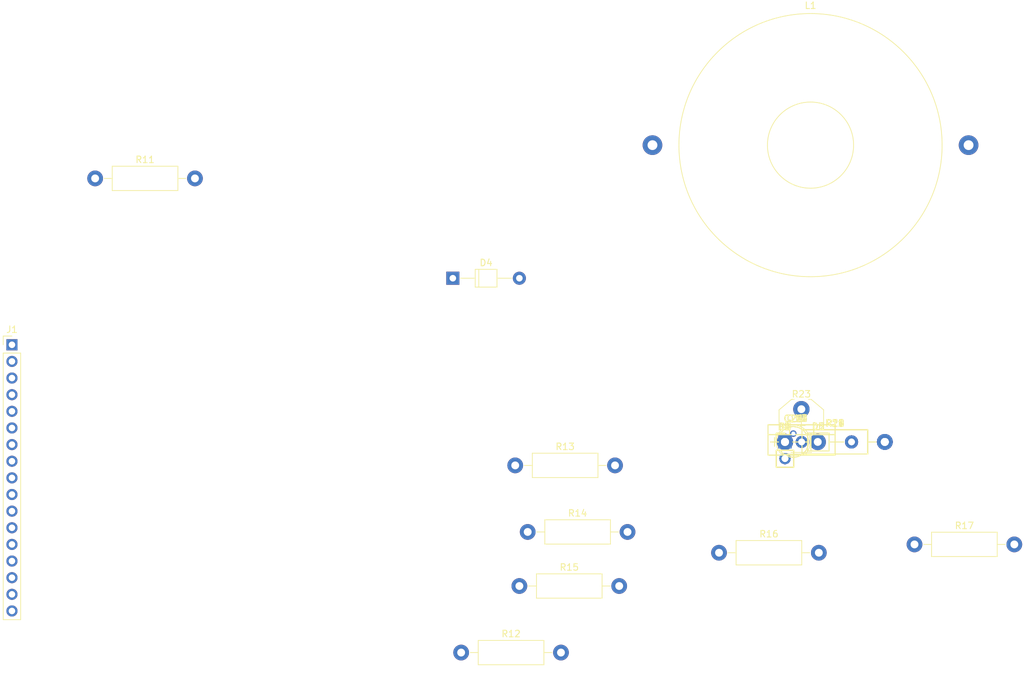
<source format=kicad_pcb>
(kicad_pcb (version 4) (host pcbnew 4.0.7)

  (general
    (links 76)
    (no_connects 60)
    (area 0 0 0 0)
    (thickness 1.6)
    (drawings 0)
    (tracks 0)
    (zones 0)
    (modules 38)
    (nets 22)
  )

  (page A4)
  (layers
    (0 F.Cu signal)
    (31 B.Cu signal)
    (32 B.Adhes user)
    (33 F.Adhes user)
    (34 B.Paste user)
    (35 F.Paste user)
    (36 B.SilkS user)
    (37 F.SilkS user)
    (38 B.Mask user)
    (39 F.Mask user)
    (40 Dwgs.User user)
    (41 Cmts.User user)
    (42 Eco1.User user)
    (43 Eco2.User user)
    (44 Edge.Cuts user)
    (45 Margin user)
    (46 B.CrtYd user)
    (47 F.CrtYd user)
    (48 B.Fab user)
    (49 F.Fab user)
  )

  (setup
    (last_trace_width 0.25)
    (trace_clearance 0.2)
    (zone_clearance 0.508)
    (zone_45_only no)
    (trace_min 0.2)
    (segment_width 0.2)
    (edge_width 0.15)
    (via_size 0.6)
    (via_drill 0.4)
    (via_min_size 0.4)
    (via_min_drill 0.3)
    (uvia_size 0.3)
    (uvia_drill 0.1)
    (uvias_allowed no)
    (uvia_min_size 0.2)
    (uvia_min_drill 0.1)
    (pcb_text_width 0.3)
    (pcb_text_size 1.5 1.5)
    (mod_edge_width 0.15)
    (mod_text_size 1 1)
    (mod_text_width 0.15)
    (pad_size 1.524 1.524)
    (pad_drill 0.762)
    (pad_to_mask_clearance 0.2)
    (aux_axis_origin 0 0)
    (visible_elements FFFFFF7F)
    (pcbplotparams
      (layerselection 0x00030_80000001)
      (usegerberextensions false)
      (excludeedgelayer true)
      (linewidth 0.100000)
      (plotframeref false)
      (viasonmask false)
      (mode 1)
      (useauxorigin false)
      (hpglpennumber 1)
      (hpglpenspeed 20)
      (hpglpendiameter 15)
      (hpglpenoverlay 2)
      (psnegative false)
      (psa4output false)
      (plotreference true)
      (plotvalue true)
      (plotinvisibletext false)
      (padsonsilk false)
      (subtractmaskfromsilk false)
      (outputformat 1)
      (mirror false)
      (drillshape 1)
      (scaleselection 1)
      (outputdirectory ""))
  )

  (net 0 "")
  (net 1 "Net-(C22-Pad1)")
  (net 2 "Net-(C22-Pad2)")
  (net 3 "Net-(C23-Pad1)")
  (net 4 "Net-(C23-Pad2)")
  (net 5 "Net-(C24-Pad2)")
  (net 6 "Net-(C25-Pad1)")
  (net 7 "Net-(C25-Pad2)")
  (net 8 "Net-(D4-Pad1)")
  (net 9 "Net-(D4-Pad2)")
  (net 10 "Net-(D5-Pad1)")
  (net 11 "Net-(D5-Pad2)")
  (net 12 "Net-(D6-Pad1)")
  (net 13 "Net-(D6-Pad2)")
  (net 14 "Net-(D7-Pad1)")
  (net 15 "Net-(D7-Pad2)")
  (net 16 "Net-(J1-Pad9)")
  (net 17 "Net-(J1-Pad12)")
  (net 18 "Net-(J1-Pad14)")
  (net 19 "Net-(J1-Pad17)")
  (net 20 "Net-(J7-Pad1)")
  (net 21 "Net-(Q1-Pad2)")

  (net_class Default "This is the default net class."
    (clearance 0.2)
    (trace_width 0.25)
    (via_dia 0.6)
    (via_drill 0.4)
    (uvia_dia 0.3)
    (uvia_drill 0.1)
    (add_net "Net-(C22-Pad1)")
    (add_net "Net-(C22-Pad2)")
    (add_net "Net-(C23-Pad1)")
    (add_net "Net-(C23-Pad2)")
    (add_net "Net-(C24-Pad2)")
    (add_net "Net-(C25-Pad1)")
    (add_net "Net-(C25-Pad2)")
    (add_net "Net-(D4-Pad1)")
    (add_net "Net-(D4-Pad2)")
    (add_net "Net-(D5-Pad1)")
    (add_net "Net-(D5-Pad2)")
    (add_net "Net-(D6-Pad1)")
    (add_net "Net-(D6-Pad2)")
    (add_net "Net-(D7-Pad1)")
    (add_net "Net-(D7-Pad2)")
    (add_net "Net-(J1-Pad12)")
    (add_net "Net-(J1-Pad14)")
    (add_net "Net-(J1-Pad17)")
    (add_net "Net-(J1-Pad9)")
    (add_net "Net-(J7-Pad1)")
    (add_net "Net-(Q1-Pad2)")
  )

  (module Capacitors_THT:CP_Radial_Tantal_D4.5mm_P2.50mm (layer F.Cu) (tedit 597C781B) (tstamp 59BF8337)
    (at 148.5011 105.0036)
    (descr "CP, Radial_Tantal series, Radial, pin pitch=2.50mm, , diameter=4.5mm, Tantal Electrolytic Capacitor, http://cdn-reichelt.de/documents/datenblatt/B300/TANTAL-TB-Serie%23.pdf")
    (tags "CP Radial_Tantal series Radial pin pitch 2.50mm  diameter 4.5mm Tantal Electrolytic Capacitor")
    (path /59BFCC73)
    (fp_text reference C22 (at 1.25 -3.56) (layer F.SilkS)
      (effects (font (size 1 1) (thickness 0.15)))
    )
    (fp_text value 2.2uF (at 1.25 3.56) (layer F.Fab)
      (effects (font (size 1 1) (thickness 0.15)))
    )
    (fp_arc (start 1.25 0) (end -0.770693 -1.18) (angle 119.4) (layer F.SilkS) (width 0.12))
    (fp_arc (start 1.25 0) (end -0.770693 1.18) (angle -119.4) (layer F.SilkS) (width 0.12))
    (fp_arc (start 1.25 0) (end 3.270693 -1.18) (angle 60.6) (layer F.SilkS) (width 0.12))
    (fp_circle (center 1.25 0) (end 3.5 0) (layer F.Fab) (width 0.1))
    (fp_line (start -2.2 0) (end -1 0) (layer F.Fab) (width 0.1))
    (fp_line (start -1.6 -0.65) (end -1.6 0.65) (layer F.Fab) (width 0.1))
    (fp_line (start -2.2 0) (end -1 0) (layer F.SilkS) (width 0.12))
    (fp_line (start -1.6 -0.65) (end -1.6 0.65) (layer F.SilkS) (width 0.12))
    (fp_line (start -1.35 -2.6) (end -1.35 2.6) (layer F.CrtYd) (width 0.05))
    (fp_line (start -1.35 2.6) (end 3.85 2.6) (layer F.CrtYd) (width 0.05))
    (fp_line (start 3.85 2.6) (end 3.85 -2.6) (layer F.CrtYd) (width 0.05))
    (fp_line (start 3.85 -2.6) (end -1.35 -2.6) (layer F.CrtYd) (width 0.05))
    (fp_text user %R (at 1.25 0) (layer F.Fab)
      (effects (font (size 1 1) (thickness 0.15)))
    )
    (pad 1 thru_hole rect (at 0 0) (size 1.6 1.6) (drill 0.8) (layers *.Cu *.Mask)
      (net 1 "Net-(C22-Pad1)"))
    (pad 2 thru_hole circle (at 2.5 0) (size 1.6 1.6) (drill 0.8) (layers *.Cu *.Mask)
      (net 2 "Net-(C22-Pad2)"))
    (model ${KISYS3DMOD}/Capacitors_THT.3dshapes/CP_Radial_Tantal_D4.5mm_P2.50mm.wrl
      (at (xyz 0 0 0))
      (scale (xyz 1 1 1))
      (rotate (xyz 0 0 0))
    )
  )

  (module Capacitors_THT:CP_Radial_Tantal_D4.5mm_P2.50mm (layer F.Cu) (tedit 597C781B) (tstamp 59BF833D)
    (at 148.5011 105.0036)
    (descr "CP, Radial_Tantal series, Radial, pin pitch=2.50mm, , diameter=4.5mm, Tantal Electrolytic Capacitor, http://cdn-reichelt.de/documents/datenblatt/B300/TANTAL-TB-Serie%23.pdf")
    (tags "CP Radial_Tantal series Radial pin pitch 2.50mm  diameter 4.5mm Tantal Electrolytic Capacitor")
    (path /59C031E1)
    (fp_text reference C23 (at 1.25 -3.56) (layer F.SilkS)
      (effects (font (size 1 1) (thickness 0.15)))
    )
    (fp_text value 0.1uF (at 1.25 3.56) (layer F.Fab)
      (effects (font (size 1 1) (thickness 0.15)))
    )
    (fp_arc (start 1.25 0) (end -0.770693 -1.18) (angle 119.4) (layer F.SilkS) (width 0.12))
    (fp_arc (start 1.25 0) (end -0.770693 1.18) (angle -119.4) (layer F.SilkS) (width 0.12))
    (fp_arc (start 1.25 0) (end 3.270693 -1.18) (angle 60.6) (layer F.SilkS) (width 0.12))
    (fp_circle (center 1.25 0) (end 3.5 0) (layer F.Fab) (width 0.1))
    (fp_line (start -2.2 0) (end -1 0) (layer F.Fab) (width 0.1))
    (fp_line (start -1.6 -0.65) (end -1.6 0.65) (layer F.Fab) (width 0.1))
    (fp_line (start -2.2 0) (end -1 0) (layer F.SilkS) (width 0.12))
    (fp_line (start -1.6 -0.65) (end -1.6 0.65) (layer F.SilkS) (width 0.12))
    (fp_line (start -1.35 -2.6) (end -1.35 2.6) (layer F.CrtYd) (width 0.05))
    (fp_line (start -1.35 2.6) (end 3.85 2.6) (layer F.CrtYd) (width 0.05))
    (fp_line (start 3.85 2.6) (end 3.85 -2.6) (layer F.CrtYd) (width 0.05))
    (fp_line (start 3.85 -2.6) (end -1.35 -2.6) (layer F.CrtYd) (width 0.05))
    (fp_text user %R (at 1.25 0) (layer F.Fab)
      (effects (font (size 1 1) (thickness 0.15)))
    )
    (pad 1 thru_hole rect (at 0 0) (size 1.6 1.6) (drill 0.8) (layers *.Cu *.Mask)
      (net 3 "Net-(C23-Pad1)"))
    (pad 2 thru_hole circle (at 2.5 0) (size 1.6 1.6) (drill 0.8) (layers *.Cu *.Mask)
      (net 4 "Net-(C23-Pad2)"))
    (model ${KISYS3DMOD}/Capacitors_THT.3dshapes/CP_Radial_Tantal_D4.5mm_P2.50mm.wrl
      (at (xyz 0 0 0))
      (scale (xyz 1 1 1))
      (rotate (xyz 0 0 0))
    )
  )

  (module Capacitors_THT:CP_Radial_Tantal_D4.5mm_P2.50mm (layer F.Cu) (tedit 597C781B) (tstamp 59BF8343)
    (at 148.5011 105.0036)
    (descr "CP, Radial_Tantal series, Radial, pin pitch=2.50mm, , diameter=4.5mm, Tantal Electrolytic Capacitor, http://cdn-reichelt.de/documents/datenblatt/B300/TANTAL-TB-Serie%23.pdf")
    (tags "CP Radial_Tantal series Radial pin pitch 2.50mm  diameter 4.5mm Tantal Electrolytic Capacitor")
    (path /59C06B10)
    (fp_text reference C24 (at 1.25 -3.56) (layer F.SilkS)
      (effects (font (size 1 1) (thickness 0.15)))
    )
    (fp_text value 0.01uF (at 1.25 3.56) (layer F.Fab)
      (effects (font (size 1 1) (thickness 0.15)))
    )
    (fp_arc (start 1.25 0) (end -0.770693 -1.18) (angle 119.4) (layer F.SilkS) (width 0.12))
    (fp_arc (start 1.25 0) (end -0.770693 1.18) (angle -119.4) (layer F.SilkS) (width 0.12))
    (fp_arc (start 1.25 0) (end 3.270693 -1.18) (angle 60.6) (layer F.SilkS) (width 0.12))
    (fp_circle (center 1.25 0) (end 3.5 0) (layer F.Fab) (width 0.1))
    (fp_line (start -2.2 0) (end -1 0) (layer F.Fab) (width 0.1))
    (fp_line (start -1.6 -0.65) (end -1.6 0.65) (layer F.Fab) (width 0.1))
    (fp_line (start -2.2 0) (end -1 0) (layer F.SilkS) (width 0.12))
    (fp_line (start -1.6 -0.65) (end -1.6 0.65) (layer F.SilkS) (width 0.12))
    (fp_line (start -1.35 -2.6) (end -1.35 2.6) (layer F.CrtYd) (width 0.05))
    (fp_line (start -1.35 2.6) (end 3.85 2.6) (layer F.CrtYd) (width 0.05))
    (fp_line (start 3.85 2.6) (end 3.85 -2.6) (layer F.CrtYd) (width 0.05))
    (fp_line (start 3.85 -2.6) (end -1.35 -2.6) (layer F.CrtYd) (width 0.05))
    (fp_text user %R (at 1.25 0) (layer F.Fab)
      (effects (font (size 1 1) (thickness 0.15)))
    )
    (pad 1 thru_hole rect (at 0 0) (size 1.6 1.6) (drill 0.8) (layers *.Cu *.Mask)
      (net 4 "Net-(C23-Pad2)"))
    (pad 2 thru_hole circle (at 2.5 0) (size 1.6 1.6) (drill 0.8) (layers *.Cu *.Mask)
      (net 5 "Net-(C24-Pad2)"))
    (model ${KISYS3DMOD}/Capacitors_THT.3dshapes/CP_Radial_Tantal_D4.5mm_P2.50mm.wrl
      (at (xyz 0 0 0))
      (scale (xyz 1 1 1))
      (rotate (xyz 0 0 0))
    )
  )

  (module Capacitors_THT:CP_Radial_Tantal_D4.5mm_P2.50mm (layer F.Cu) (tedit 597C781B) (tstamp 59BF8349)
    (at 148.5011 105.0036)
    (descr "CP, Radial_Tantal series, Radial, pin pitch=2.50mm, , diameter=4.5mm, Tantal Electrolytic Capacitor, http://cdn-reichelt.de/documents/datenblatt/B300/TANTAL-TB-Serie%23.pdf")
    (tags "CP Radial_Tantal series Radial pin pitch 2.50mm  diameter 4.5mm Tantal Electrolytic Capacitor")
    (path /59BF83FD)
    (fp_text reference C25 (at 1.25 -3.56) (layer F.SilkS)
      (effects (font (size 1 1) (thickness 0.15)))
    )
    (fp_text value 0.1uF/630V (at 1.25 3.56) (layer F.Fab)
      (effects (font (size 1 1) (thickness 0.15)))
    )
    (fp_arc (start 1.25 0) (end -0.770693 -1.18) (angle 119.4) (layer F.SilkS) (width 0.12))
    (fp_arc (start 1.25 0) (end -0.770693 1.18) (angle -119.4) (layer F.SilkS) (width 0.12))
    (fp_arc (start 1.25 0) (end 3.270693 -1.18) (angle 60.6) (layer F.SilkS) (width 0.12))
    (fp_circle (center 1.25 0) (end 3.5 0) (layer F.Fab) (width 0.1))
    (fp_line (start -2.2 0) (end -1 0) (layer F.Fab) (width 0.1))
    (fp_line (start -1.6 -0.65) (end -1.6 0.65) (layer F.Fab) (width 0.1))
    (fp_line (start -2.2 0) (end -1 0) (layer F.SilkS) (width 0.12))
    (fp_line (start -1.6 -0.65) (end -1.6 0.65) (layer F.SilkS) (width 0.12))
    (fp_line (start -1.35 -2.6) (end -1.35 2.6) (layer F.CrtYd) (width 0.05))
    (fp_line (start -1.35 2.6) (end 3.85 2.6) (layer F.CrtYd) (width 0.05))
    (fp_line (start 3.85 2.6) (end 3.85 -2.6) (layer F.CrtYd) (width 0.05))
    (fp_line (start 3.85 -2.6) (end -1.35 -2.6) (layer F.CrtYd) (width 0.05))
    (fp_text user %R (at 1.25 0) (layer F.Fab)
      (effects (font (size 1 1) (thickness 0.15)))
    )
    (pad 1 thru_hole rect (at 0 0) (size 1.6 1.6) (drill 0.8) (layers *.Cu *.Mask)
      (net 6 "Net-(C25-Pad1)"))
    (pad 2 thru_hole circle (at 2.5 0) (size 1.6 1.6) (drill 0.8) (layers *.Cu *.Mask)
      (net 7 "Net-(C25-Pad2)"))
    (model ${KISYS3DMOD}/Capacitors_THT.3dshapes/CP_Radial_Tantal_D4.5mm_P2.50mm.wrl
      (at (xyz 0 0 0))
      (scale (xyz 1 1 1))
      (rotate (xyz 0 0 0))
    )
  )

  (module Capacitors_THT:CP_Radial_Tantal_D4.5mm_P2.50mm (layer F.Cu) (tedit 597C781B) (tstamp 59BF834F)
    (at 148.5011 105.0036)
    (descr "CP, Radial_Tantal series, Radial, pin pitch=2.50mm, , diameter=4.5mm, Tantal Electrolytic Capacitor, http://cdn-reichelt.de/documents/datenblatt/B300/TANTAL-TB-Serie%23.pdf")
    (tags "CP Radial_Tantal series Radial pin pitch 2.50mm  diameter 4.5mm Tantal Electrolytic Capacitor")
    (path /59BF7BF4)
    (fp_text reference C26 (at 1.25 -3.56) (layer F.SilkS)
      (effects (font (size 1 1) (thickness 0.15)))
    )
    (fp_text value 0.1uF/630V (at 1.25 3.56) (layer F.Fab)
      (effects (font (size 1 1) (thickness 0.15)))
    )
    (fp_arc (start 1.25 0) (end -0.770693 -1.18) (angle 119.4) (layer F.SilkS) (width 0.12))
    (fp_arc (start 1.25 0) (end -0.770693 1.18) (angle -119.4) (layer F.SilkS) (width 0.12))
    (fp_arc (start 1.25 0) (end 3.270693 -1.18) (angle 60.6) (layer F.SilkS) (width 0.12))
    (fp_circle (center 1.25 0) (end 3.5 0) (layer F.Fab) (width 0.1))
    (fp_line (start -2.2 0) (end -1 0) (layer F.Fab) (width 0.1))
    (fp_line (start -1.6 -0.65) (end -1.6 0.65) (layer F.Fab) (width 0.1))
    (fp_line (start -2.2 0) (end -1 0) (layer F.SilkS) (width 0.12))
    (fp_line (start -1.6 -0.65) (end -1.6 0.65) (layer F.SilkS) (width 0.12))
    (fp_line (start -1.35 -2.6) (end -1.35 2.6) (layer F.CrtYd) (width 0.05))
    (fp_line (start -1.35 2.6) (end 3.85 2.6) (layer F.CrtYd) (width 0.05))
    (fp_line (start 3.85 2.6) (end 3.85 -2.6) (layer F.CrtYd) (width 0.05))
    (fp_line (start 3.85 -2.6) (end -1.35 -2.6) (layer F.CrtYd) (width 0.05))
    (fp_text user %R (at 1.25 0) (layer F.Fab)
      (effects (font (size 1 1) (thickness 0.15)))
    )
    (pad 1 thru_hole rect (at 0 0) (size 1.6 1.6) (drill 0.8) (layers *.Cu *.Mask)
      (net 6 "Net-(C25-Pad1)"))
    (pad 2 thru_hole circle (at 2.5 0) (size 1.6 1.6) (drill 0.8) (layers *.Cu *.Mask)
      (net 7 "Net-(C25-Pad2)"))
    (model ${KISYS3DMOD}/Capacitors_THT.3dshapes/CP_Radial_Tantal_D4.5mm_P2.50mm.wrl
      (at (xyz 0 0 0))
      (scale (xyz 1 1 1))
      (rotate (xyz 0 0 0))
    )
  )

  (module Diodes_THT:D_T-1_P10.16mm_Horizontal (layer F.Cu) (tedit 5921392F) (tstamp 59BF8355)
    (at 97.79 80.01)
    (descr "D, T-1 series, Axial, Horizontal, pin pitch=10.16mm, , length*diameter=3.2*2.6mm^2, , http://www.diodes.com/_files/packages/T-1.pdf")
    (tags "D T-1 series Axial Horizontal pin pitch 10.16mm  length 3.2mm diameter 2.6mm")
    (path /59BF6D51)
    (fp_text reference D4 (at 5.08 -2.36) (layer F.SilkS)
      (effects (font (size 1 1) (thickness 0.15)))
    )
    (fp_text value IN4148 (at 5.08 2.36) (layer F.Fab)
      (effects (font (size 1 1) (thickness 0.15)))
    )
    (fp_text user %R (at 5.08 0) (layer F.Fab)
      (effects (font (size 1 1) (thickness 0.15)))
    )
    (fp_line (start 3.48 -1.3) (end 3.48 1.3) (layer F.Fab) (width 0.1))
    (fp_line (start 3.48 1.3) (end 6.68 1.3) (layer F.Fab) (width 0.1))
    (fp_line (start 6.68 1.3) (end 6.68 -1.3) (layer F.Fab) (width 0.1))
    (fp_line (start 6.68 -1.3) (end 3.48 -1.3) (layer F.Fab) (width 0.1))
    (fp_line (start 0 0) (end 3.48 0) (layer F.Fab) (width 0.1))
    (fp_line (start 10.16 0) (end 6.68 0) (layer F.Fab) (width 0.1))
    (fp_line (start 3.96 -1.3) (end 3.96 1.3) (layer F.Fab) (width 0.1))
    (fp_line (start 3.42 -1.36) (end 3.42 1.36) (layer F.SilkS) (width 0.12))
    (fp_line (start 3.42 1.36) (end 6.74 1.36) (layer F.SilkS) (width 0.12))
    (fp_line (start 6.74 1.36) (end 6.74 -1.36) (layer F.SilkS) (width 0.12))
    (fp_line (start 6.74 -1.36) (end 3.42 -1.36) (layer F.SilkS) (width 0.12))
    (fp_line (start 1.18 0) (end 3.42 0) (layer F.SilkS) (width 0.12))
    (fp_line (start 8.98 0) (end 6.74 0) (layer F.SilkS) (width 0.12))
    (fp_line (start 3.96 -1.36) (end 3.96 1.36) (layer F.SilkS) (width 0.12))
    (fp_line (start -1.25 -1.65) (end -1.25 1.65) (layer F.CrtYd) (width 0.05))
    (fp_line (start -1.25 1.65) (end 11.45 1.65) (layer F.CrtYd) (width 0.05))
    (fp_line (start 11.45 1.65) (end 11.45 -1.65) (layer F.CrtYd) (width 0.05))
    (fp_line (start 11.45 -1.65) (end -1.25 -1.65) (layer F.CrtYd) (width 0.05))
    (pad 1 thru_hole rect (at 0 0) (size 2 2) (drill 1) (layers *.Cu *.Mask)
      (net 8 "Net-(D4-Pad1)"))
    (pad 2 thru_hole oval (at 10.16 0) (size 2 2) (drill 1) (layers *.Cu *.Mask)
      (net 9 "Net-(D4-Pad2)"))
    (model ${KISYS3DMOD}/Diodes_THT.3dshapes/D_T-1_P10.16mm_Horizontal.wrl
      (at (xyz 0 0 0))
      (scale (xyz 0.393701 0.393701 0.393701))
      (rotate (xyz 0 0 0))
    )
  )

  (module Diodes_THT:D_T-1_P10.16mm_Horizontal (layer F.Cu) (tedit 5921392F) (tstamp 59BF835B)
    (at 148.5011 105.0036)
    (descr "D, T-1 series, Axial, Horizontal, pin pitch=10.16mm, , length*diameter=3.2*2.6mm^2, , http://www.diodes.com/_files/packages/T-1.pdf")
    (tags "D T-1 series Axial Horizontal pin pitch 10.16mm  length 3.2mm diameter 2.6mm")
    (path /59BF7B0A)
    (fp_text reference D5 (at 5.08 -2.36) (layer F.SilkS)
      (effects (font (size 1 1) (thickness 0.15)))
    )
    (fp_text value IN4148 (at 5.08 2.36) (layer F.Fab)
      (effects (font (size 1 1) (thickness 0.15)))
    )
    (fp_text user %R (at 5.08 0) (layer F.Fab)
      (effects (font (size 1 1) (thickness 0.15)))
    )
    (fp_line (start 3.48 -1.3) (end 3.48 1.3) (layer F.Fab) (width 0.1))
    (fp_line (start 3.48 1.3) (end 6.68 1.3) (layer F.Fab) (width 0.1))
    (fp_line (start 6.68 1.3) (end 6.68 -1.3) (layer F.Fab) (width 0.1))
    (fp_line (start 6.68 -1.3) (end 3.48 -1.3) (layer F.Fab) (width 0.1))
    (fp_line (start 0 0) (end 3.48 0) (layer F.Fab) (width 0.1))
    (fp_line (start 10.16 0) (end 6.68 0) (layer F.Fab) (width 0.1))
    (fp_line (start 3.96 -1.3) (end 3.96 1.3) (layer F.Fab) (width 0.1))
    (fp_line (start 3.42 -1.36) (end 3.42 1.36) (layer F.SilkS) (width 0.12))
    (fp_line (start 3.42 1.36) (end 6.74 1.36) (layer F.SilkS) (width 0.12))
    (fp_line (start 6.74 1.36) (end 6.74 -1.36) (layer F.SilkS) (width 0.12))
    (fp_line (start 6.74 -1.36) (end 3.42 -1.36) (layer F.SilkS) (width 0.12))
    (fp_line (start 1.18 0) (end 3.42 0) (layer F.SilkS) (width 0.12))
    (fp_line (start 8.98 0) (end 6.74 0) (layer F.SilkS) (width 0.12))
    (fp_line (start 3.96 -1.36) (end 3.96 1.36) (layer F.SilkS) (width 0.12))
    (fp_line (start -1.25 -1.65) (end -1.25 1.65) (layer F.CrtYd) (width 0.05))
    (fp_line (start -1.25 1.65) (end 11.45 1.65) (layer F.CrtYd) (width 0.05))
    (fp_line (start 11.45 1.65) (end 11.45 -1.65) (layer F.CrtYd) (width 0.05))
    (fp_line (start 11.45 -1.65) (end -1.25 -1.65) (layer F.CrtYd) (width 0.05))
    (pad 1 thru_hole rect (at 0 0) (size 2 2) (drill 1) (layers *.Cu *.Mask)
      (net 10 "Net-(D5-Pad1)"))
    (pad 2 thru_hole oval (at 10.16 0) (size 2 2) (drill 1) (layers *.Cu *.Mask)
      (net 11 "Net-(D5-Pad2)"))
    (model ${KISYS3DMOD}/Diodes_THT.3dshapes/D_T-1_P10.16mm_Horizontal.wrl
      (at (xyz 0 0 0))
      (scale (xyz 0.393701 0.393701 0.393701))
      (rotate (xyz 0 0 0))
    )
  )

  (module Diodes_THT:D_T-1_P10.16mm_Horizontal (layer F.Cu) (tedit 5921392F) (tstamp 59BF8361)
    (at 148.5011 105.0036)
    (descr "D, T-1 series, Axial, Horizontal, pin pitch=10.16mm, , length*diameter=3.2*2.6mm^2, , http://www.diodes.com/_files/packages/T-1.pdf")
    (tags "D T-1 series Axial Horizontal pin pitch 10.16mm  length 3.2mm diameter 2.6mm")
    (path /59BF783C)
    (fp_text reference D6 (at 5.08 -2.36) (layer F.SilkS)
      (effects (font (size 1 1) (thickness 0.15)))
    )
    (fp_text value IN4148 (at 5.08 2.36) (layer F.Fab)
      (effects (font (size 1 1) (thickness 0.15)))
    )
    (fp_text user %R (at 5.08 0) (layer F.Fab)
      (effects (font (size 1 1) (thickness 0.15)))
    )
    (fp_line (start 3.48 -1.3) (end 3.48 1.3) (layer F.Fab) (width 0.1))
    (fp_line (start 3.48 1.3) (end 6.68 1.3) (layer F.Fab) (width 0.1))
    (fp_line (start 6.68 1.3) (end 6.68 -1.3) (layer F.Fab) (width 0.1))
    (fp_line (start 6.68 -1.3) (end 3.48 -1.3) (layer F.Fab) (width 0.1))
    (fp_line (start 0 0) (end 3.48 0) (layer F.Fab) (width 0.1))
    (fp_line (start 10.16 0) (end 6.68 0) (layer F.Fab) (width 0.1))
    (fp_line (start 3.96 -1.3) (end 3.96 1.3) (layer F.Fab) (width 0.1))
    (fp_line (start 3.42 -1.36) (end 3.42 1.36) (layer F.SilkS) (width 0.12))
    (fp_line (start 3.42 1.36) (end 6.74 1.36) (layer F.SilkS) (width 0.12))
    (fp_line (start 6.74 1.36) (end 6.74 -1.36) (layer F.SilkS) (width 0.12))
    (fp_line (start 6.74 -1.36) (end 3.42 -1.36) (layer F.SilkS) (width 0.12))
    (fp_line (start 1.18 0) (end 3.42 0) (layer F.SilkS) (width 0.12))
    (fp_line (start 8.98 0) (end 6.74 0) (layer F.SilkS) (width 0.12))
    (fp_line (start 3.96 -1.36) (end 3.96 1.36) (layer F.SilkS) (width 0.12))
    (fp_line (start -1.25 -1.65) (end -1.25 1.65) (layer F.CrtYd) (width 0.05))
    (fp_line (start -1.25 1.65) (end 11.45 1.65) (layer F.CrtYd) (width 0.05))
    (fp_line (start 11.45 1.65) (end 11.45 -1.65) (layer F.CrtYd) (width 0.05))
    (fp_line (start 11.45 -1.65) (end -1.25 -1.65) (layer F.CrtYd) (width 0.05))
    (pad 1 thru_hole rect (at 0 0) (size 2 2) (drill 1) (layers *.Cu *.Mask)
      (net 12 "Net-(D6-Pad1)"))
    (pad 2 thru_hole oval (at 10.16 0) (size 2 2) (drill 1) (layers *.Cu *.Mask)
      (net 13 "Net-(D6-Pad2)"))
    (model ${KISYS3DMOD}/Diodes_THT.3dshapes/D_T-1_P10.16mm_Horizontal.wrl
      (at (xyz 0 0 0))
      (scale (xyz 0.393701 0.393701 0.393701))
      (rotate (xyz 0 0 0))
    )
  )

  (module Diodes_THT:D_T-1_P10.16mm_Horizontal (layer F.Cu) (tedit 5921392F) (tstamp 59BF8367)
    (at 148.5011 105.0036)
    (descr "D, T-1 series, Axial, Horizontal, pin pitch=10.16mm, , length*diameter=3.2*2.6mm^2, , http://www.diodes.com/_files/packages/T-1.pdf")
    (tags "D T-1 series Axial Horizontal pin pitch 10.16mm  length 3.2mm diameter 2.6mm")
    (path /59BF7B2C)
    (fp_text reference D7 (at 5.08 -2.36) (layer F.SilkS)
      (effects (font (size 1 1) (thickness 0.15)))
    )
    (fp_text value IN4148 (at 5.08 2.36) (layer F.Fab)
      (effects (font (size 1 1) (thickness 0.15)))
    )
    (fp_text user %R (at 5.08 0) (layer F.Fab)
      (effects (font (size 1 1) (thickness 0.15)))
    )
    (fp_line (start 3.48 -1.3) (end 3.48 1.3) (layer F.Fab) (width 0.1))
    (fp_line (start 3.48 1.3) (end 6.68 1.3) (layer F.Fab) (width 0.1))
    (fp_line (start 6.68 1.3) (end 6.68 -1.3) (layer F.Fab) (width 0.1))
    (fp_line (start 6.68 -1.3) (end 3.48 -1.3) (layer F.Fab) (width 0.1))
    (fp_line (start 0 0) (end 3.48 0) (layer F.Fab) (width 0.1))
    (fp_line (start 10.16 0) (end 6.68 0) (layer F.Fab) (width 0.1))
    (fp_line (start 3.96 -1.3) (end 3.96 1.3) (layer F.Fab) (width 0.1))
    (fp_line (start 3.42 -1.36) (end 3.42 1.36) (layer F.SilkS) (width 0.12))
    (fp_line (start 3.42 1.36) (end 6.74 1.36) (layer F.SilkS) (width 0.12))
    (fp_line (start 6.74 1.36) (end 6.74 -1.36) (layer F.SilkS) (width 0.12))
    (fp_line (start 6.74 -1.36) (end 3.42 -1.36) (layer F.SilkS) (width 0.12))
    (fp_line (start 1.18 0) (end 3.42 0) (layer F.SilkS) (width 0.12))
    (fp_line (start 8.98 0) (end 6.74 0) (layer F.SilkS) (width 0.12))
    (fp_line (start 3.96 -1.36) (end 3.96 1.36) (layer F.SilkS) (width 0.12))
    (fp_line (start -1.25 -1.65) (end -1.25 1.65) (layer F.CrtYd) (width 0.05))
    (fp_line (start -1.25 1.65) (end 11.45 1.65) (layer F.CrtYd) (width 0.05))
    (fp_line (start 11.45 1.65) (end 11.45 -1.65) (layer F.CrtYd) (width 0.05))
    (fp_line (start 11.45 -1.65) (end -1.25 -1.65) (layer F.CrtYd) (width 0.05))
    (pad 1 thru_hole rect (at 0 0) (size 2 2) (drill 1) (layers *.Cu *.Mask)
      (net 14 "Net-(D7-Pad1)"))
    (pad 2 thru_hole oval (at 10.16 0) (size 2 2) (drill 1) (layers *.Cu *.Mask)
      (net 15 "Net-(D7-Pad2)"))
    (model ${KISYS3DMOD}/Diodes_THT.3dshapes/D_T-1_P10.16mm_Horizontal.wrl
      (at (xyz 0 0 0))
      (scale (xyz 0.393701 0.393701 0.393701))
      (rotate (xyz 0 0 0))
    )
  )

  (module Pin_Headers:Pin_Header_Straight_1x17_Pitch2.54mm (layer F.Cu) (tedit 59650532) (tstamp 59BF837C)
    (at 30.48 90.17)
    (descr "Through hole straight pin header, 1x17, 2.54mm pitch, single row")
    (tags "Through hole pin header THT 1x17 2.54mm single row")
    (path /59BFFC52)
    (fp_text reference J1 (at 0 -2.33) (layer F.SilkS)
      (effects (font (size 1 1) (thickness 0.15)))
    )
    (fp_text value P1 (at 0 42.97) (layer F.Fab)
      (effects (font (size 1 1) (thickness 0.15)))
    )
    (fp_line (start -0.635 -1.27) (end 1.27 -1.27) (layer F.Fab) (width 0.1))
    (fp_line (start 1.27 -1.27) (end 1.27 41.91) (layer F.Fab) (width 0.1))
    (fp_line (start 1.27 41.91) (end -1.27 41.91) (layer F.Fab) (width 0.1))
    (fp_line (start -1.27 41.91) (end -1.27 -0.635) (layer F.Fab) (width 0.1))
    (fp_line (start -1.27 -0.635) (end -0.635 -1.27) (layer F.Fab) (width 0.1))
    (fp_line (start -1.33 41.97) (end 1.33 41.97) (layer F.SilkS) (width 0.12))
    (fp_line (start -1.33 1.27) (end -1.33 41.97) (layer F.SilkS) (width 0.12))
    (fp_line (start 1.33 1.27) (end 1.33 41.97) (layer F.SilkS) (width 0.12))
    (fp_line (start -1.33 1.27) (end 1.33 1.27) (layer F.SilkS) (width 0.12))
    (fp_line (start -1.33 0) (end -1.33 -1.33) (layer F.SilkS) (width 0.12))
    (fp_line (start -1.33 -1.33) (end 0 -1.33) (layer F.SilkS) (width 0.12))
    (fp_line (start -1.8 -1.8) (end -1.8 42.45) (layer F.CrtYd) (width 0.05))
    (fp_line (start -1.8 42.45) (end 1.8 42.45) (layer F.CrtYd) (width 0.05))
    (fp_line (start 1.8 42.45) (end 1.8 -1.8) (layer F.CrtYd) (width 0.05))
    (fp_line (start 1.8 -1.8) (end -1.8 -1.8) (layer F.CrtYd) (width 0.05))
    (fp_text user %R (at 0 20.32 90) (layer F.Fab)
      (effects (font (size 1 1) (thickness 0.15)))
    )
    (pad 1 thru_hole rect (at 0 0) (size 1.7 1.7) (drill 1) (layers *.Cu *.Mask)
      (net 7 "Net-(C25-Pad2)"))
    (pad 2 thru_hole oval (at 0 2.54) (size 1.7 1.7) (drill 1) (layers *.Cu *.Mask)
      (net 4 "Net-(C23-Pad2)"))
    (pad 3 thru_hole oval (at 0 5.08) (size 1.7 1.7) (drill 1) (layers *.Cu *.Mask)
      (net 14 "Net-(D7-Pad1)"))
    (pad 4 thru_hole oval (at 0 7.62) (size 1.7 1.7) (drill 1) (layers *.Cu *.Mask)
      (net 4 "Net-(C23-Pad2)"))
    (pad 5 thru_hole oval (at 0 10.16) (size 1.7 1.7) (drill 1) (layers *.Cu *.Mask)
      (net 2 "Net-(C22-Pad2)"))
    (pad 6 thru_hole oval (at 0 12.7) (size 1.7 1.7) (drill 1) (layers *.Cu *.Mask)
      (net 10 "Net-(D5-Pad1)"))
    (pad 7 thru_hole oval (at 0 15.24) (size 1.7 1.7) (drill 1) (layers *.Cu *.Mask)
      (net 4 "Net-(C23-Pad2)"))
    (pad 8 thru_hole oval (at 0 17.78) (size 1.7 1.7) (drill 1) (layers *.Cu *.Mask)
      (net 12 "Net-(D6-Pad1)"))
    (pad 9 thru_hole oval (at 0 20.32) (size 1.7 1.7) (drill 1) (layers *.Cu *.Mask)
      (net 16 "Net-(J1-Pad9)"))
    (pad 10 thru_hole oval (at 0 22.86) (size 1.7 1.7) (drill 1) (layers *.Cu *.Mask)
      (net 8 "Net-(D4-Pad1)"))
    (pad 11 thru_hole oval (at 0 25.4) (size 1.7 1.7) (drill 1) (layers *.Cu *.Mask)
      (net 4 "Net-(C23-Pad2)"))
    (pad 12 thru_hole oval (at 0 27.94) (size 1.7 1.7) (drill 1) (layers *.Cu *.Mask)
      (net 17 "Net-(J1-Pad12)"))
    (pad 13 thru_hole oval (at 0 30.48) (size 1.7 1.7) (drill 1) (layers *.Cu *.Mask)
      (net 4 "Net-(C23-Pad2)"))
    (pad 14 thru_hole oval (at 0 33.02) (size 1.7 1.7) (drill 1) (layers *.Cu *.Mask)
      (net 18 "Net-(J1-Pad14)"))
    (pad 15 thru_hole oval (at 0 35.56) (size 1.7 1.7) (drill 1) (layers *.Cu *.Mask)
      (net 3 "Net-(C23-Pad1)"))
    (pad 16 thru_hole oval (at 0 38.1) (size 1.7 1.7) (drill 1) (layers *.Cu *.Mask)
      (net 5 "Net-(C24-Pad2)"))
    (pad 17 thru_hole oval (at 0 40.64) (size 1.7 1.7) (drill 1) (layers *.Cu *.Mask)
      (net 19 "Net-(J1-Pad17)"))
    (model ${KISYS3DMOD}/Pin_Headers.3dshapes/Pin_Header_Straight_1x17_Pitch2.54mm.wrl
      (at (xyz 0 0 0))
      (scale (xyz 1 1 1))
      (rotate (xyz 0 0 0))
    )
  )

  (module Pin_Headers:Pin_Header_Straight_1x02_Pitch2.54mm (layer F.Cu) (tedit 59650532) (tstamp 59BF8382)
    (at 148.5011 105.0036)
    (descr "Through hole straight pin header, 1x02, 2.54mm pitch, single row")
    (tags "Through hole pin header THT 1x02 2.54mm single row")
    (path /59C05BB0)
    (fp_text reference J2 (at 0 -2.33) (layer F.SilkS)
      (effects (font (size 1 1) (thickness 0.15)))
    )
    (fp_text value +5V (at 0 4.87) (layer F.Fab)
      (effects (font (size 1 1) (thickness 0.15)))
    )
    (fp_line (start -0.635 -1.27) (end 1.27 -1.27) (layer F.Fab) (width 0.1))
    (fp_line (start 1.27 -1.27) (end 1.27 3.81) (layer F.Fab) (width 0.1))
    (fp_line (start 1.27 3.81) (end -1.27 3.81) (layer F.Fab) (width 0.1))
    (fp_line (start -1.27 3.81) (end -1.27 -0.635) (layer F.Fab) (width 0.1))
    (fp_line (start -1.27 -0.635) (end -0.635 -1.27) (layer F.Fab) (width 0.1))
    (fp_line (start -1.33 3.87) (end 1.33 3.87) (layer F.SilkS) (width 0.12))
    (fp_line (start -1.33 1.27) (end -1.33 3.87) (layer F.SilkS) (width 0.12))
    (fp_line (start 1.33 1.27) (end 1.33 3.87) (layer F.SilkS) (width 0.12))
    (fp_line (start -1.33 1.27) (end 1.33 1.27) (layer F.SilkS) (width 0.12))
    (fp_line (start -1.33 0) (end -1.33 -1.33) (layer F.SilkS) (width 0.12))
    (fp_line (start -1.33 -1.33) (end 0 -1.33) (layer F.SilkS) (width 0.12))
    (fp_line (start -1.8 -1.8) (end -1.8 4.35) (layer F.CrtYd) (width 0.05))
    (fp_line (start -1.8 4.35) (end 1.8 4.35) (layer F.CrtYd) (width 0.05))
    (fp_line (start 1.8 4.35) (end 1.8 -1.8) (layer F.CrtYd) (width 0.05))
    (fp_line (start 1.8 -1.8) (end -1.8 -1.8) (layer F.CrtYd) (width 0.05))
    (fp_text user %R (at 0 1.27 90) (layer F.Fab)
      (effects (font (size 1 1) (thickness 0.15)))
    )
    (pad 1 thru_hole rect (at 0 0) (size 1.7 1.7) (drill 1) (layers *.Cu *.Mask)
      (net 18 "Net-(J1-Pad14)"))
    (pad 2 thru_hole oval (at 0 2.54) (size 1.7 1.7) (drill 1) (layers *.Cu *.Mask)
      (net 18 "Net-(J1-Pad14)"))
    (model ${KISYS3DMOD}/Pin_Headers.3dshapes/Pin_Header_Straight_1x02_Pitch2.54mm.wrl
      (at (xyz 0 0 0))
      (scale (xyz 1 1 1))
      (rotate (xyz 0 0 0))
    )
  )

  (module Pin_Headers:Pin_Header_Straight_1x02_Pitch2.54mm (layer F.Cu) (tedit 59650532) (tstamp 59BF8388)
    (at 148.5011 105.0036)
    (descr "Through hole straight pin header, 1x02, 2.54mm pitch, single row")
    (tags "Through hole pin header THT 1x02 2.54mm single row")
    (path /59C010C2)
    (fp_text reference J3 (at 0 -2.33) (layer F.SilkS)
      (effects (font (size 1 1) (thickness 0.15)))
    )
    (fp_text value GND (at 0 4.87) (layer F.Fab)
      (effects (font (size 1 1) (thickness 0.15)))
    )
    (fp_line (start -0.635 -1.27) (end 1.27 -1.27) (layer F.Fab) (width 0.1))
    (fp_line (start 1.27 -1.27) (end 1.27 3.81) (layer F.Fab) (width 0.1))
    (fp_line (start 1.27 3.81) (end -1.27 3.81) (layer F.Fab) (width 0.1))
    (fp_line (start -1.27 3.81) (end -1.27 -0.635) (layer F.Fab) (width 0.1))
    (fp_line (start -1.27 -0.635) (end -0.635 -1.27) (layer F.Fab) (width 0.1))
    (fp_line (start -1.33 3.87) (end 1.33 3.87) (layer F.SilkS) (width 0.12))
    (fp_line (start -1.33 1.27) (end -1.33 3.87) (layer F.SilkS) (width 0.12))
    (fp_line (start 1.33 1.27) (end 1.33 3.87) (layer F.SilkS) (width 0.12))
    (fp_line (start -1.33 1.27) (end 1.33 1.27) (layer F.SilkS) (width 0.12))
    (fp_line (start -1.33 0) (end -1.33 -1.33) (layer F.SilkS) (width 0.12))
    (fp_line (start -1.33 -1.33) (end 0 -1.33) (layer F.SilkS) (width 0.12))
    (fp_line (start -1.8 -1.8) (end -1.8 4.35) (layer F.CrtYd) (width 0.05))
    (fp_line (start -1.8 4.35) (end 1.8 4.35) (layer F.CrtYd) (width 0.05))
    (fp_line (start 1.8 4.35) (end 1.8 -1.8) (layer F.CrtYd) (width 0.05))
    (fp_line (start 1.8 -1.8) (end -1.8 -1.8) (layer F.CrtYd) (width 0.05))
    (fp_text user %R (at 0 1.27 90) (layer F.Fab)
      (effects (font (size 1 1) (thickness 0.15)))
    )
    (pad 1 thru_hole rect (at 0 0) (size 1.7 1.7) (drill 1) (layers *.Cu *.Mask)
      (net 4 "Net-(C23-Pad2)"))
    (pad 2 thru_hole oval (at 0 2.54) (size 1.7 1.7) (drill 1) (layers *.Cu *.Mask)
      (net 4 "Net-(C23-Pad2)"))
    (model ${KISYS3DMOD}/Pin_Headers.3dshapes/Pin_Header_Straight_1x02_Pitch2.54mm.wrl
      (at (xyz 0 0 0))
      (scale (xyz 1 1 1))
      (rotate (xyz 0 0 0))
    )
  )

  (module Pin_Headers:Pin_Header_Straight_1x02_Pitch2.54mm (layer F.Cu) (tedit 59650532) (tstamp 59BF838E)
    (at 148.5011 105.0036)
    (descr "Through hole straight pin header, 1x02, 2.54mm pitch, single row")
    (tags "Through hole pin header THT 1x02 2.54mm single row")
    (path /59C00A17)
    (fp_text reference J4 (at 0 -2.33) (layer F.SilkS)
      (effects (font (size 1 1) (thickness 0.15)))
    )
    (fp_text value +12V (at 0 4.87) (layer F.Fab)
      (effects (font (size 1 1) (thickness 0.15)))
    )
    (fp_line (start -0.635 -1.27) (end 1.27 -1.27) (layer F.Fab) (width 0.1))
    (fp_line (start 1.27 -1.27) (end 1.27 3.81) (layer F.Fab) (width 0.1))
    (fp_line (start 1.27 3.81) (end -1.27 3.81) (layer F.Fab) (width 0.1))
    (fp_line (start -1.27 3.81) (end -1.27 -0.635) (layer F.Fab) (width 0.1))
    (fp_line (start -1.27 -0.635) (end -0.635 -1.27) (layer F.Fab) (width 0.1))
    (fp_line (start -1.33 3.87) (end 1.33 3.87) (layer F.SilkS) (width 0.12))
    (fp_line (start -1.33 1.27) (end -1.33 3.87) (layer F.SilkS) (width 0.12))
    (fp_line (start 1.33 1.27) (end 1.33 3.87) (layer F.SilkS) (width 0.12))
    (fp_line (start -1.33 1.27) (end 1.33 1.27) (layer F.SilkS) (width 0.12))
    (fp_line (start -1.33 0) (end -1.33 -1.33) (layer F.SilkS) (width 0.12))
    (fp_line (start -1.33 -1.33) (end 0 -1.33) (layer F.SilkS) (width 0.12))
    (fp_line (start -1.8 -1.8) (end -1.8 4.35) (layer F.CrtYd) (width 0.05))
    (fp_line (start -1.8 4.35) (end 1.8 4.35) (layer F.CrtYd) (width 0.05))
    (fp_line (start 1.8 4.35) (end 1.8 -1.8) (layer F.CrtYd) (width 0.05))
    (fp_line (start 1.8 -1.8) (end -1.8 -1.8) (layer F.CrtYd) (width 0.05))
    (fp_text user %R (at 0 1.27 90) (layer F.Fab)
      (effects (font (size 1 1) (thickness 0.15)))
    )
    (pad 1 thru_hole rect (at 0 0) (size 1.7 1.7) (drill 1) (layers *.Cu *.Mask)
      (net 17 "Net-(J1-Pad12)"))
    (pad 2 thru_hole oval (at 0 2.54) (size 1.7 1.7) (drill 1) (layers *.Cu *.Mask)
      (net 17 "Net-(J1-Pad12)"))
    (model ${KISYS3DMOD}/Pin_Headers.3dshapes/Pin_Header_Straight_1x02_Pitch2.54mm.wrl
      (at (xyz 0 0 0))
      (scale (xyz 1 1 1))
      (rotate (xyz 0 0 0))
    )
  )

  (module Pin_Headers:Pin_Header_Straight_1x02_Pitch2.54mm (layer F.Cu) (tedit 59650532) (tstamp 59BF8394)
    (at 148.5011 105.0036)
    (descr "Through hole straight pin header, 1x02, 2.54mm pitch, single row")
    (tags "Through hole pin header THT 1x02 2.54mm single row")
    (path /59C060E4)
    (fp_text reference J5 (at 0 -2.33) (layer F.SilkS)
      (effects (font (size 1 1) (thickness 0.15)))
    )
    (fp_text value +400V (at 0 4.87) (layer F.Fab)
      (effects (font (size 1 1) (thickness 0.15)))
    )
    (fp_line (start -0.635 -1.27) (end 1.27 -1.27) (layer F.Fab) (width 0.1))
    (fp_line (start 1.27 -1.27) (end 1.27 3.81) (layer F.Fab) (width 0.1))
    (fp_line (start 1.27 3.81) (end -1.27 3.81) (layer F.Fab) (width 0.1))
    (fp_line (start -1.27 3.81) (end -1.27 -0.635) (layer F.Fab) (width 0.1))
    (fp_line (start -1.27 -0.635) (end -0.635 -1.27) (layer F.Fab) (width 0.1))
    (fp_line (start -1.33 3.87) (end 1.33 3.87) (layer F.SilkS) (width 0.12))
    (fp_line (start -1.33 1.27) (end -1.33 3.87) (layer F.SilkS) (width 0.12))
    (fp_line (start 1.33 1.27) (end 1.33 3.87) (layer F.SilkS) (width 0.12))
    (fp_line (start -1.33 1.27) (end 1.33 1.27) (layer F.SilkS) (width 0.12))
    (fp_line (start -1.33 0) (end -1.33 -1.33) (layer F.SilkS) (width 0.12))
    (fp_line (start -1.33 -1.33) (end 0 -1.33) (layer F.SilkS) (width 0.12))
    (fp_line (start -1.8 -1.8) (end -1.8 4.35) (layer F.CrtYd) (width 0.05))
    (fp_line (start -1.8 4.35) (end 1.8 4.35) (layer F.CrtYd) (width 0.05))
    (fp_line (start 1.8 4.35) (end 1.8 -1.8) (layer F.CrtYd) (width 0.05))
    (fp_line (start 1.8 -1.8) (end -1.8 -1.8) (layer F.CrtYd) (width 0.05))
    (fp_text user %R (at 0 1.27 90) (layer F.Fab)
      (effects (font (size 1 1) (thickness 0.15)))
    )
    (pad 1 thru_hole rect (at 0 0) (size 1.7 1.7) (drill 1) (layers *.Cu *.Mask)
      (net 6 "Net-(C25-Pad1)"))
    (pad 2 thru_hole oval (at 0 2.54) (size 1.7 1.7) (drill 1) (layers *.Cu *.Mask)
      (net 6 "Net-(C25-Pad1)"))
    (model ${KISYS3DMOD}/Pin_Headers.3dshapes/Pin_Header_Straight_1x02_Pitch2.54mm.wrl
      (at (xyz 0 0 0))
      (scale (xyz 1 1 1))
      (rotate (xyz 0 0 0))
    )
  )

  (module Pin_Headers:Pin_Header_Straight_1x02_Pitch2.54mm (layer F.Cu) (tedit 59650532) (tstamp 59BF839A)
    (at 148.5011 105.0036)
    (descr "Through hole straight pin header, 1x02, 2.54mm pitch, single row")
    (tags "Through hole pin header THT 1x02 2.54mm single row")
    (path /59C09D1C)
    (fp_text reference J6 (at 0 -2.33) (layer F.SilkS)
      (effects (font (size 1 1) (thickness 0.15)))
    )
    (fp_text value "Fan (+)" (at 0 4.87) (layer F.Fab)
      (effects (font (size 1 1) (thickness 0.15)))
    )
    (fp_line (start -0.635 -1.27) (end 1.27 -1.27) (layer F.Fab) (width 0.1))
    (fp_line (start 1.27 -1.27) (end 1.27 3.81) (layer F.Fab) (width 0.1))
    (fp_line (start 1.27 3.81) (end -1.27 3.81) (layer F.Fab) (width 0.1))
    (fp_line (start -1.27 3.81) (end -1.27 -0.635) (layer F.Fab) (width 0.1))
    (fp_line (start -1.27 -0.635) (end -0.635 -1.27) (layer F.Fab) (width 0.1))
    (fp_line (start -1.33 3.87) (end 1.33 3.87) (layer F.SilkS) (width 0.12))
    (fp_line (start -1.33 1.27) (end -1.33 3.87) (layer F.SilkS) (width 0.12))
    (fp_line (start 1.33 1.27) (end 1.33 3.87) (layer F.SilkS) (width 0.12))
    (fp_line (start -1.33 1.27) (end 1.33 1.27) (layer F.SilkS) (width 0.12))
    (fp_line (start -1.33 0) (end -1.33 -1.33) (layer F.SilkS) (width 0.12))
    (fp_line (start -1.33 -1.33) (end 0 -1.33) (layer F.SilkS) (width 0.12))
    (fp_line (start -1.8 -1.8) (end -1.8 4.35) (layer F.CrtYd) (width 0.05))
    (fp_line (start -1.8 4.35) (end 1.8 4.35) (layer F.CrtYd) (width 0.05))
    (fp_line (start 1.8 4.35) (end 1.8 -1.8) (layer F.CrtYd) (width 0.05))
    (fp_line (start 1.8 -1.8) (end -1.8 -1.8) (layer F.CrtYd) (width 0.05))
    (fp_text user %R (at 0 1.27 90) (layer F.Fab)
      (effects (font (size 1 1) (thickness 0.15)))
    )
    (pad 1 thru_hole rect (at 0 0) (size 1.7 1.7) (drill 1) (layers *.Cu *.Mask)
      (net 17 "Net-(J1-Pad12)"))
    (pad 2 thru_hole oval (at 0 2.54) (size 1.7 1.7) (drill 1) (layers *.Cu *.Mask)
      (net 17 "Net-(J1-Pad12)"))
    (model ${KISYS3DMOD}/Pin_Headers.3dshapes/Pin_Header_Straight_1x02_Pitch2.54mm.wrl
      (at (xyz 0 0 0))
      (scale (xyz 1 1 1))
      (rotate (xyz 0 0 0))
    )
  )

  (module Pin_Headers:Pin_Header_Straight_1x02_Pitch2.54mm (layer F.Cu) (tedit 59650532) (tstamp 59BF83A0)
    (at 148.5011 105.0036)
    (descr "Through hole straight pin header, 1x02, 2.54mm pitch, single row")
    (tags "Through hole pin header THT 1x02 2.54mm single row")
    (path /59C09F4C)
    (fp_text reference J7 (at 0 -2.33) (layer F.SilkS)
      (effects (font (size 1 1) (thickness 0.15)))
    )
    (fp_text value "Fan (-)" (at 0 4.87) (layer F.Fab)
      (effects (font (size 1 1) (thickness 0.15)))
    )
    (fp_line (start -0.635 -1.27) (end 1.27 -1.27) (layer F.Fab) (width 0.1))
    (fp_line (start 1.27 -1.27) (end 1.27 3.81) (layer F.Fab) (width 0.1))
    (fp_line (start 1.27 3.81) (end -1.27 3.81) (layer F.Fab) (width 0.1))
    (fp_line (start -1.27 3.81) (end -1.27 -0.635) (layer F.Fab) (width 0.1))
    (fp_line (start -1.27 -0.635) (end -0.635 -1.27) (layer F.Fab) (width 0.1))
    (fp_line (start -1.33 3.87) (end 1.33 3.87) (layer F.SilkS) (width 0.12))
    (fp_line (start -1.33 1.27) (end -1.33 3.87) (layer F.SilkS) (width 0.12))
    (fp_line (start 1.33 1.27) (end 1.33 3.87) (layer F.SilkS) (width 0.12))
    (fp_line (start -1.33 1.27) (end 1.33 1.27) (layer F.SilkS) (width 0.12))
    (fp_line (start -1.33 0) (end -1.33 -1.33) (layer F.SilkS) (width 0.12))
    (fp_line (start -1.33 -1.33) (end 0 -1.33) (layer F.SilkS) (width 0.12))
    (fp_line (start -1.8 -1.8) (end -1.8 4.35) (layer F.CrtYd) (width 0.05))
    (fp_line (start -1.8 4.35) (end 1.8 4.35) (layer F.CrtYd) (width 0.05))
    (fp_line (start 1.8 4.35) (end 1.8 -1.8) (layer F.CrtYd) (width 0.05))
    (fp_line (start 1.8 -1.8) (end -1.8 -1.8) (layer F.CrtYd) (width 0.05))
    (fp_text user %R (at 0 1.27 90) (layer F.Fab)
      (effects (font (size 1 1) (thickness 0.15)))
    )
    (pad 1 thru_hole rect (at 0 0) (size 1.7 1.7) (drill 1) (layers *.Cu *.Mask)
      (net 20 "Net-(J7-Pad1)"))
    (pad 2 thru_hole oval (at 0 2.54) (size 1.7 1.7) (drill 1) (layers *.Cu *.Mask)
      (net 20 "Net-(J7-Pad1)"))
    (model ${KISYS3DMOD}/Pin_Headers.3dshapes/Pin_Header_Straight_1x02_Pitch2.54mm.wrl
      (at (xyz 0 0 0))
      (scale (xyz 1 1 1))
      (rotate (xyz 0 0 0))
    )
  )

  (module Inductors_THT:L_Toroid_Horizontal_D40.0mm_P48.26mm (layer F.Cu) (tedit 5880B84D) (tstamp 59BF83A6)
    (at 128.27 59.69)
    (descr "L_Toroid, Horizontal series, Radial, pin pitch=48.26mm, , diameter=40mm")
    (tags "L_Toroid Horizontal series Radial pin pitch 48.26mm  diameter 40mm")
    (path /59BFCA92)
    (fp_text reference L1 (at 24.13 -21.31) (layer F.SilkS)
      (effects (font (size 1 1) (thickness 0.15)))
    )
    (fp_text value 3.3mH (at 24.13 21.31) (layer F.Fab)
      (effects (font (size 1 1) (thickness 0.15)))
    )
    (fp_circle (center 24.13 0) (end 44.13 0) (layer F.Fab) (width 0.1))
    (fp_circle (center 24.13 0) (end 30.796667 0) (layer F.Fab) (width 0.1))
    (fp_circle (center 24.13 0) (end 44.22 0) (layer F.SilkS) (width 0.12))
    (fp_circle (center 24.13 0) (end 30.706667 0) (layer F.SilkS) (width 0.12))
    (fp_line (start 43.8182 0) (end 30.609637 1.73616) (layer F.Fab) (width 0.1))
    (fp_line (start 41.180633 9.843837) (end 28.873524 4.743304) (layer F.Fab) (width 0.1))
    (fp_line (start 33.974627 17.050177) (end 25.86646 6.479557) (layer F.Fab) (width 0.1))
    (fp_line (start 24.130912 19.6882) (end 22.39414 6.479717) (layer F.Fab) (width 0.1))
    (fp_line (start 14.286953 17.051089) (end 19.386916 4.743743) (layer F.Fab) (width 0.1))
    (fp_line (start 7.080279 9.845416) (end 17.650524 1.73676) (layer F.Fab) (width 0.1))
    (fp_line (start 4.4418 0.001824) (end 17.650202 -1.73556) (layer F.Fab) (width 0.1))
    (fp_line (start 7.078455 -9.842257) (end 19.386037 -4.742864) (layer F.Fab) (width 0.1))
    (fp_line (start 14.283794 -17.049265) (end 22.39294 -6.479396) (layer F.Fab) (width 0.1))
    (fp_line (start 24.127264 -19.6882) (end 25.865259 -6.479878) (layer F.Fab) (width 0.1))
    (fp_line (start 33.971467 -17.052001) (end 28.872645 -4.744183) (layer F.Fab) (width 0.1))
    (fp_line (start 41.178809 -9.846996) (end 30.609315 -1.737361) (layer F.Fab) (width 0.1))
    (fp_line (start 43.8182 -0.003648) (end 30.609959 1.734959) (layer F.Fab) (width 0.1))
    (fp_line (start -1.75 -20.35) (end -1.75 20.35) (layer F.CrtYd) (width 0.05))
    (fp_line (start -1.75 20.35) (end 50.05 20.35) (layer F.CrtYd) (width 0.05))
    (fp_line (start 50.05 20.35) (end 50.05 -20.35) (layer F.CrtYd) (width 0.05))
    (fp_line (start 50.05 -20.35) (end -1.75 -20.35) (layer F.CrtYd) (width 0.05))
    (pad 1 thru_hole circle (at 0 0) (size 3 3) (drill 1.5) (layers *.Cu *.Mask)
      (net 16 "Net-(J1-Pad9)"))
    (pad 2 thru_hole circle (at 48.26 0) (size 3 3) (drill 1.5) (layers *.Cu *.Mask)
      (net 1 "Net-(C22-Pad1)"))
    (model Inductors_THT.3dshapes/L_Toroid_Horizontal_D40.0mm_P48.26mm.wrl
      (at (xyz 0 0 0))
      (scale (xyz 0.393701 0.393701 0.393701))
      (rotate (xyz 0 0 0))
    )
  )

  (module Pin_Headers:Pin_Header_Straight_1x02_Pitch2.54mm (layer F.Cu) (tedit 59650532) (tstamp 59BF83AC)
    (at 148.5011 105.0036)
    (descr "Through hole straight pin header, 1x02, 2.54mm pitch, single row")
    (tags "Through hole pin header THT 1x02 2.54mm single row")
    (path /59BFCDC6)
    (fp_text reference P2 (at 0 -2.33) (layer F.SilkS)
      (effects (font (size 1 1) (thickness 0.15)))
    )
    (fp_text value L (at 0 4.87) (layer F.Fab)
      (effects (font (size 1 1) (thickness 0.15)))
    )
    (fp_line (start -0.635 -1.27) (end 1.27 -1.27) (layer F.Fab) (width 0.1))
    (fp_line (start 1.27 -1.27) (end 1.27 3.81) (layer F.Fab) (width 0.1))
    (fp_line (start 1.27 3.81) (end -1.27 3.81) (layer F.Fab) (width 0.1))
    (fp_line (start -1.27 3.81) (end -1.27 -0.635) (layer F.Fab) (width 0.1))
    (fp_line (start -1.27 -0.635) (end -0.635 -1.27) (layer F.Fab) (width 0.1))
    (fp_line (start -1.33 3.87) (end 1.33 3.87) (layer F.SilkS) (width 0.12))
    (fp_line (start -1.33 1.27) (end -1.33 3.87) (layer F.SilkS) (width 0.12))
    (fp_line (start 1.33 1.27) (end 1.33 3.87) (layer F.SilkS) (width 0.12))
    (fp_line (start -1.33 1.27) (end 1.33 1.27) (layer F.SilkS) (width 0.12))
    (fp_line (start -1.33 0) (end -1.33 -1.33) (layer F.SilkS) (width 0.12))
    (fp_line (start -1.33 -1.33) (end 0 -1.33) (layer F.SilkS) (width 0.12))
    (fp_line (start -1.8 -1.8) (end -1.8 4.35) (layer F.CrtYd) (width 0.05))
    (fp_line (start -1.8 4.35) (end 1.8 4.35) (layer F.CrtYd) (width 0.05))
    (fp_line (start 1.8 4.35) (end 1.8 -1.8) (layer F.CrtYd) (width 0.05))
    (fp_line (start 1.8 -1.8) (end -1.8 -1.8) (layer F.CrtYd) (width 0.05))
    (fp_text user %R (at 0 1.27 90) (layer F.Fab)
      (effects (font (size 1 1) (thickness 0.15)))
    )
    (pad 1 thru_hole rect (at 0 0) (size 1.7 1.7) (drill 1) (layers *.Cu *.Mask)
      (net 1 "Net-(C22-Pad1)"))
    (pad 2 thru_hole oval (at 0 2.54) (size 1.7 1.7) (drill 1) (layers *.Cu *.Mask)
      (net 1 "Net-(C22-Pad1)"))
    (model ${KISYS3DMOD}/Pin_Headers.3dshapes/Pin_Header_Straight_1x02_Pitch2.54mm.wrl
      (at (xyz 0 0 0))
      (scale (xyz 1 1 1))
      (rotate (xyz 0 0 0))
    )
  )

  (module Pin_Headers:Pin_Header_Straight_1x02_Pitch2.54mm (layer F.Cu) (tedit 59650532) (tstamp 59BF83B2)
    (at 148.5011 105.0036)
    (descr "Through hole straight pin header, 1x02, 2.54mm pitch, single row")
    (tags "Through hole pin header THT 1x02 2.54mm single row")
    (path /59BFD2EF)
    (fp_text reference P3 (at 0 -2.33) (layer F.SilkS)
      (effects (font (size 1 1) (thickness 0.15)))
    )
    (fp_text value N (at 0 4.87) (layer F.Fab)
      (effects (font (size 1 1) (thickness 0.15)))
    )
    (fp_line (start -0.635 -1.27) (end 1.27 -1.27) (layer F.Fab) (width 0.1))
    (fp_line (start 1.27 -1.27) (end 1.27 3.81) (layer F.Fab) (width 0.1))
    (fp_line (start 1.27 3.81) (end -1.27 3.81) (layer F.Fab) (width 0.1))
    (fp_line (start -1.27 3.81) (end -1.27 -0.635) (layer F.Fab) (width 0.1))
    (fp_line (start -1.27 -0.635) (end -0.635 -1.27) (layer F.Fab) (width 0.1))
    (fp_line (start -1.33 3.87) (end 1.33 3.87) (layer F.SilkS) (width 0.12))
    (fp_line (start -1.33 1.27) (end -1.33 3.87) (layer F.SilkS) (width 0.12))
    (fp_line (start 1.33 1.27) (end 1.33 3.87) (layer F.SilkS) (width 0.12))
    (fp_line (start -1.33 1.27) (end 1.33 1.27) (layer F.SilkS) (width 0.12))
    (fp_line (start -1.33 0) (end -1.33 -1.33) (layer F.SilkS) (width 0.12))
    (fp_line (start -1.33 -1.33) (end 0 -1.33) (layer F.SilkS) (width 0.12))
    (fp_line (start -1.8 -1.8) (end -1.8 4.35) (layer F.CrtYd) (width 0.05))
    (fp_line (start -1.8 4.35) (end 1.8 4.35) (layer F.CrtYd) (width 0.05))
    (fp_line (start 1.8 4.35) (end 1.8 -1.8) (layer F.CrtYd) (width 0.05))
    (fp_line (start 1.8 -1.8) (end -1.8 -1.8) (layer F.CrtYd) (width 0.05))
    (fp_text user %R (at 0 1.27 90) (layer F.Fab)
      (effects (font (size 1 1) (thickness 0.15)))
    )
    (pad 1 thru_hole rect (at 0 0) (size 1.7 1.7) (drill 1) (layers *.Cu *.Mask)
      (net 2 "Net-(C22-Pad2)"))
    (pad 2 thru_hole oval (at 0 2.54) (size 1.7 1.7) (drill 1) (layers *.Cu *.Mask)
      (net 2 "Net-(C22-Pad2)"))
    (model ${KISYS3DMOD}/Pin_Headers.3dshapes/Pin_Header_Straight_1x02_Pitch2.54mm.wrl
      (at (xyz 0 0 0))
      (scale (xyz 1 1 1))
      (rotate (xyz 0 0 0))
    )
  )

  (module TO_SOT_Packages_THT:TO-92_Molded_Narrow (layer F.Cu) (tedit 58CE52AF) (tstamp 59BF83B9)
    (at 148.5011 105.0036)
    (descr "TO-92 leads molded, narrow, drill 0.6mm (see NXP sot054_po.pdf)")
    (tags "to-92 sc-43 sc-43a sot54 PA33 transistor")
    (path /59C08478)
    (fp_text reference Q1 (at 1.27 -3.56) (layer F.SilkS)
      (effects (font (size 1 1) (thickness 0.15)))
    )
    (fp_text value S8050 (at 1.27 2.79) (layer F.Fab)
      (effects (font (size 1 1) (thickness 0.15)))
    )
    (fp_text user %R (at 1.27 -3.56) (layer F.Fab)
      (effects (font (size 1 1) (thickness 0.15)))
    )
    (fp_line (start -0.53 1.85) (end 3.07 1.85) (layer F.SilkS) (width 0.12))
    (fp_line (start -0.5 1.75) (end 3 1.75) (layer F.Fab) (width 0.1))
    (fp_line (start -1.46 -2.73) (end 4 -2.73) (layer F.CrtYd) (width 0.05))
    (fp_line (start -1.46 -2.73) (end -1.46 2.01) (layer F.CrtYd) (width 0.05))
    (fp_line (start 4 2.01) (end 4 -2.73) (layer F.CrtYd) (width 0.05))
    (fp_line (start 4 2.01) (end -1.46 2.01) (layer F.CrtYd) (width 0.05))
    (fp_arc (start 1.27 0) (end 1.27 -2.48) (angle 135) (layer F.Fab) (width 0.1))
    (fp_arc (start 1.27 0) (end 1.27 -2.6) (angle -135) (layer F.SilkS) (width 0.12))
    (fp_arc (start 1.27 0) (end 1.27 -2.48) (angle -135) (layer F.Fab) (width 0.1))
    (fp_arc (start 1.27 0) (end 1.27 -2.6) (angle 135) (layer F.SilkS) (width 0.12))
    (pad 2 thru_hole circle (at 1.27 -1.27 90) (size 1 1) (drill 0.6) (layers *.Cu *.Mask)
      (net 21 "Net-(Q1-Pad2)"))
    (pad 3 thru_hole circle (at 2.54 0 90) (size 1 1) (drill 0.6) (layers *.Cu *.Mask)
      (net 20 "Net-(J7-Pad1)"))
    (pad 1 thru_hole rect (at 0 0 90) (size 1 1) (drill 0.6) (layers *.Cu *.Mask)
      (net 4 "Net-(C23-Pad2)"))
    (model ${KISYS3DMOD}/TO_SOT_Packages_THT.3dshapes/TO-92_Molded_Narrow.wrl
      (at (xyz 0.05 0 0))
      (scale (xyz 1 1 1))
      (rotate (xyz 0 0 -90))
    )
  )

  (module Resistors_THT:R_Axial_DIN0411_L9.9mm_D3.6mm_P15.24mm_Horizontal (layer F.Cu) (tedit 5874F706) (tstamp 59BF83BF)
    (at 43.18 64.77)
    (descr "Resistor, Axial_DIN0411 series, Axial, Horizontal, pin pitch=15.24mm, 1W = 1/1W, length*diameter=9.9*3.6mm^2")
    (tags "Resistor Axial_DIN0411 series Axial Horizontal pin pitch 15.24mm 1W = 1/1W length 9.9mm diameter 3.6mm")
    (path /59BF6AA0)
    (fp_text reference R11 (at 7.62 -2.86) (layer F.SilkS)
      (effects (font (size 1 1) (thickness 0.15)))
    )
    (fp_text value 4.7 (at 7.62 2.86) (layer F.Fab)
      (effects (font (size 1 1) (thickness 0.15)))
    )
    (fp_line (start 2.67 -1.8) (end 2.67 1.8) (layer F.Fab) (width 0.1))
    (fp_line (start 2.67 1.8) (end 12.57 1.8) (layer F.Fab) (width 0.1))
    (fp_line (start 12.57 1.8) (end 12.57 -1.8) (layer F.Fab) (width 0.1))
    (fp_line (start 12.57 -1.8) (end 2.67 -1.8) (layer F.Fab) (width 0.1))
    (fp_line (start 0 0) (end 2.67 0) (layer F.Fab) (width 0.1))
    (fp_line (start 15.24 0) (end 12.57 0) (layer F.Fab) (width 0.1))
    (fp_line (start 2.61 -1.86) (end 2.61 1.86) (layer F.SilkS) (width 0.12))
    (fp_line (start 2.61 1.86) (end 12.63 1.86) (layer F.SilkS) (width 0.12))
    (fp_line (start 12.63 1.86) (end 12.63 -1.86) (layer F.SilkS) (width 0.12))
    (fp_line (start 12.63 -1.86) (end 2.61 -1.86) (layer F.SilkS) (width 0.12))
    (fp_line (start 1.38 0) (end 2.61 0) (layer F.SilkS) (width 0.12))
    (fp_line (start 13.86 0) (end 12.63 0) (layer F.SilkS) (width 0.12))
    (fp_line (start -1.45 -2.15) (end -1.45 2.15) (layer F.CrtYd) (width 0.05))
    (fp_line (start -1.45 2.15) (end 16.7 2.15) (layer F.CrtYd) (width 0.05))
    (fp_line (start 16.7 2.15) (end 16.7 -2.15) (layer F.CrtYd) (width 0.05))
    (fp_line (start 16.7 -2.15) (end -1.45 -2.15) (layer F.CrtYd) (width 0.05))
    (pad 1 thru_hole circle (at 0 0) (size 2.4 2.4) (drill 1.2) (layers *.Cu *.Mask)
      (net 9 "Net-(D4-Pad2)"))
    (pad 2 thru_hole oval (at 15.24 0) (size 2.4 2.4) (drill 1.2) (layers *.Cu *.Mask)
      (net 8 "Net-(D4-Pad1)"))
    (model ${KISYS3DMOD}/Resistors_THT.3dshapes/R_Axial_DIN0411_L9.9mm_D3.6mm_P15.24mm_Horizontal.wrl
      (at (xyz 0 0 0))
      (scale (xyz 0.393701 0.393701 0.393701))
      (rotate (xyz 0 0 0))
    )
  )

  (module Resistors_THT:R_Axial_DIN0411_L9.9mm_D3.6mm_P15.24mm_Horizontal (layer F.Cu) (tedit 5874F706) (tstamp 59BF83C5)
    (at 99.06 137.16)
    (descr "Resistor, Axial_DIN0411 series, Axial, Horizontal, pin pitch=15.24mm, 1W = 1/1W, length*diameter=9.9*3.6mm^2")
    (tags "Resistor Axial_DIN0411 series Axial Horizontal pin pitch 15.24mm 1W = 1/1W length 9.9mm diameter 3.6mm")
    (path /59BF7B03)
    (fp_text reference R12 (at 7.62 -2.86) (layer F.SilkS)
      (effects (font (size 1 1) (thickness 0.15)))
    )
    (fp_text value 4.7 (at 7.62 2.86) (layer F.Fab)
      (effects (font (size 1 1) (thickness 0.15)))
    )
    (fp_line (start 2.67 -1.8) (end 2.67 1.8) (layer F.Fab) (width 0.1))
    (fp_line (start 2.67 1.8) (end 12.57 1.8) (layer F.Fab) (width 0.1))
    (fp_line (start 12.57 1.8) (end 12.57 -1.8) (layer F.Fab) (width 0.1))
    (fp_line (start 12.57 -1.8) (end 2.67 -1.8) (layer F.Fab) (width 0.1))
    (fp_line (start 0 0) (end 2.67 0) (layer F.Fab) (width 0.1))
    (fp_line (start 15.24 0) (end 12.57 0) (layer F.Fab) (width 0.1))
    (fp_line (start 2.61 -1.86) (end 2.61 1.86) (layer F.SilkS) (width 0.12))
    (fp_line (start 2.61 1.86) (end 12.63 1.86) (layer F.SilkS) (width 0.12))
    (fp_line (start 12.63 1.86) (end 12.63 -1.86) (layer F.SilkS) (width 0.12))
    (fp_line (start 12.63 -1.86) (end 2.61 -1.86) (layer F.SilkS) (width 0.12))
    (fp_line (start 1.38 0) (end 2.61 0) (layer F.SilkS) (width 0.12))
    (fp_line (start 13.86 0) (end 12.63 0) (layer F.SilkS) (width 0.12))
    (fp_line (start -1.45 -2.15) (end -1.45 2.15) (layer F.CrtYd) (width 0.05))
    (fp_line (start -1.45 2.15) (end 16.7 2.15) (layer F.CrtYd) (width 0.05))
    (fp_line (start 16.7 2.15) (end 16.7 -2.15) (layer F.CrtYd) (width 0.05))
    (fp_line (start 16.7 -2.15) (end -1.45 -2.15) (layer F.CrtYd) (width 0.05))
    (pad 1 thru_hole circle (at 0 0) (size 2.4 2.4) (drill 1.2) (layers *.Cu *.Mask)
      (net 11 "Net-(D5-Pad2)"))
    (pad 2 thru_hole oval (at 15.24 0) (size 2.4 2.4) (drill 1.2) (layers *.Cu *.Mask)
      (net 10 "Net-(D5-Pad1)"))
    (model ${KISYS3DMOD}/Resistors_THT.3dshapes/R_Axial_DIN0411_L9.9mm_D3.6mm_P15.24mm_Horizontal.wrl
      (at (xyz 0 0 0))
      (scale (xyz 0.393701 0.393701 0.393701))
      (rotate (xyz 0 0 0))
    )
  )

  (module Resistors_THT:R_Axial_DIN0411_L9.9mm_D3.6mm_P15.24mm_Horizontal (layer F.Cu) (tedit 5874F706) (tstamp 59BF83CB)
    (at 107.315 108.585)
    (descr "Resistor, Axial_DIN0411 series, Axial, Horizontal, pin pitch=15.24mm, 1W = 1/1W, length*diameter=9.9*3.6mm^2")
    (tags "Resistor Axial_DIN0411 series Axial Horizontal pin pitch 15.24mm 1W = 1/1W length 9.9mm diameter 3.6mm")
    (path /59BF6DBE)
    (fp_text reference R13 (at 7.62 -2.86) (layer F.SilkS)
      (effects (font (size 1 1) (thickness 0.15)))
    )
    (fp_text value 10K (at 7.62 2.86) (layer F.Fab)
      (effects (font (size 1 1) (thickness 0.15)))
    )
    (fp_line (start 2.67 -1.8) (end 2.67 1.8) (layer F.Fab) (width 0.1))
    (fp_line (start 2.67 1.8) (end 12.57 1.8) (layer F.Fab) (width 0.1))
    (fp_line (start 12.57 1.8) (end 12.57 -1.8) (layer F.Fab) (width 0.1))
    (fp_line (start 12.57 -1.8) (end 2.67 -1.8) (layer F.Fab) (width 0.1))
    (fp_line (start 0 0) (end 2.67 0) (layer F.Fab) (width 0.1))
    (fp_line (start 15.24 0) (end 12.57 0) (layer F.Fab) (width 0.1))
    (fp_line (start 2.61 -1.86) (end 2.61 1.86) (layer F.SilkS) (width 0.12))
    (fp_line (start 2.61 1.86) (end 12.63 1.86) (layer F.SilkS) (width 0.12))
    (fp_line (start 12.63 1.86) (end 12.63 -1.86) (layer F.SilkS) (width 0.12))
    (fp_line (start 12.63 -1.86) (end 2.61 -1.86) (layer F.SilkS) (width 0.12))
    (fp_line (start 1.38 0) (end 2.61 0) (layer F.SilkS) (width 0.12))
    (fp_line (start 13.86 0) (end 12.63 0) (layer F.SilkS) (width 0.12))
    (fp_line (start -1.45 -2.15) (end -1.45 2.15) (layer F.CrtYd) (width 0.05))
    (fp_line (start -1.45 2.15) (end 16.7 2.15) (layer F.CrtYd) (width 0.05))
    (fp_line (start 16.7 2.15) (end 16.7 -2.15) (layer F.CrtYd) (width 0.05))
    (fp_line (start 16.7 -2.15) (end -1.45 -2.15) (layer F.CrtYd) (width 0.05))
    (pad 1 thru_hole circle (at 0 0) (size 2.4 2.4) (drill 1.2) (layers *.Cu *.Mask)
      (net 16 "Net-(J1-Pad9)"))
    (pad 2 thru_hole oval (at 15.24 0) (size 2.4 2.4) (drill 1.2) (layers *.Cu *.Mask)
      (net 9 "Net-(D4-Pad2)"))
    (model ${KISYS3DMOD}/Resistors_THT.3dshapes/R_Axial_DIN0411_L9.9mm_D3.6mm_P15.24mm_Horizontal.wrl
      (at (xyz 0 0 0))
      (scale (xyz 0.393701 0.393701 0.393701))
      (rotate (xyz 0 0 0))
    )
  )

  (module Resistors_THT:R_Axial_DIN0411_L9.9mm_D3.6mm_P15.24mm_Horizontal (layer F.Cu) (tedit 5874F706) (tstamp 59BF83D1)
    (at 109.22 118.745)
    (descr "Resistor, Axial_DIN0411 series, Axial, Horizontal, pin pitch=15.24mm, 1W = 1/1W, length*diameter=9.9*3.6mm^2")
    (tags "Resistor Axial_DIN0411 series Axial Horizontal pin pitch 15.24mm 1W = 1/1W length 9.9mm diameter 3.6mm")
    (path /59BF7B16)
    (fp_text reference R14 (at 7.62 -2.86) (layer F.SilkS)
      (effects (font (size 1 1) (thickness 0.15)))
    )
    (fp_text value 10K (at 7.62 2.86) (layer F.Fab)
      (effects (font (size 1 1) (thickness 0.15)))
    )
    (fp_line (start 2.67 -1.8) (end 2.67 1.8) (layer F.Fab) (width 0.1))
    (fp_line (start 2.67 1.8) (end 12.57 1.8) (layer F.Fab) (width 0.1))
    (fp_line (start 12.57 1.8) (end 12.57 -1.8) (layer F.Fab) (width 0.1))
    (fp_line (start 12.57 -1.8) (end 2.67 -1.8) (layer F.Fab) (width 0.1))
    (fp_line (start 0 0) (end 2.67 0) (layer F.Fab) (width 0.1))
    (fp_line (start 15.24 0) (end 12.57 0) (layer F.Fab) (width 0.1))
    (fp_line (start 2.61 -1.86) (end 2.61 1.86) (layer F.SilkS) (width 0.12))
    (fp_line (start 2.61 1.86) (end 12.63 1.86) (layer F.SilkS) (width 0.12))
    (fp_line (start 12.63 1.86) (end 12.63 -1.86) (layer F.SilkS) (width 0.12))
    (fp_line (start 12.63 -1.86) (end 2.61 -1.86) (layer F.SilkS) (width 0.12))
    (fp_line (start 1.38 0) (end 2.61 0) (layer F.SilkS) (width 0.12))
    (fp_line (start 13.86 0) (end 12.63 0) (layer F.SilkS) (width 0.12))
    (fp_line (start -1.45 -2.15) (end -1.45 2.15) (layer F.CrtYd) (width 0.05))
    (fp_line (start -1.45 2.15) (end 16.7 2.15) (layer F.CrtYd) (width 0.05))
    (fp_line (start 16.7 2.15) (end 16.7 -2.15) (layer F.CrtYd) (width 0.05))
    (fp_line (start 16.7 -2.15) (end -1.45 -2.15) (layer F.CrtYd) (width 0.05))
    (pad 1 thru_hole circle (at 0 0) (size 2.4 2.4) (drill 1.2) (layers *.Cu *.Mask)
      (net 2 "Net-(C22-Pad2)"))
    (pad 2 thru_hole oval (at 15.24 0) (size 2.4 2.4) (drill 1.2) (layers *.Cu *.Mask)
      (net 11 "Net-(D5-Pad2)"))
    (model ${KISYS3DMOD}/Resistors_THT.3dshapes/R_Axial_DIN0411_L9.9mm_D3.6mm_P15.24mm_Horizontal.wrl
      (at (xyz 0 0 0))
      (scale (xyz 0.393701 0.393701 0.393701))
      (rotate (xyz 0 0 0))
    )
  )

  (module Resistors_THT:R_Axial_DIN0411_L9.9mm_D3.6mm_P15.24mm_Horizontal (layer F.Cu) (tedit 5874F706) (tstamp 59BF83D7)
    (at 107.95 127)
    (descr "Resistor, Axial_DIN0411 series, Axial, Horizontal, pin pitch=15.24mm, 1W = 1/1W, length*diameter=9.9*3.6mm^2")
    (tags "Resistor Axial_DIN0411 series Axial Horizontal pin pitch 15.24mm 1W = 1/1W length 9.9mm diameter 3.6mm")
    (path /59BF7834)
    (fp_text reference R15 (at 7.62 -2.86) (layer F.SilkS)
      (effects (font (size 1 1) (thickness 0.15)))
    )
    (fp_text value 4.7 (at 7.62 2.86) (layer F.Fab)
      (effects (font (size 1 1) (thickness 0.15)))
    )
    (fp_line (start 2.67 -1.8) (end 2.67 1.8) (layer F.Fab) (width 0.1))
    (fp_line (start 2.67 1.8) (end 12.57 1.8) (layer F.Fab) (width 0.1))
    (fp_line (start 12.57 1.8) (end 12.57 -1.8) (layer F.Fab) (width 0.1))
    (fp_line (start 12.57 -1.8) (end 2.67 -1.8) (layer F.Fab) (width 0.1))
    (fp_line (start 0 0) (end 2.67 0) (layer F.Fab) (width 0.1))
    (fp_line (start 15.24 0) (end 12.57 0) (layer F.Fab) (width 0.1))
    (fp_line (start 2.61 -1.86) (end 2.61 1.86) (layer F.SilkS) (width 0.12))
    (fp_line (start 2.61 1.86) (end 12.63 1.86) (layer F.SilkS) (width 0.12))
    (fp_line (start 12.63 1.86) (end 12.63 -1.86) (layer F.SilkS) (width 0.12))
    (fp_line (start 12.63 -1.86) (end 2.61 -1.86) (layer F.SilkS) (width 0.12))
    (fp_line (start 1.38 0) (end 2.61 0) (layer F.SilkS) (width 0.12))
    (fp_line (start 13.86 0) (end 12.63 0) (layer F.SilkS) (width 0.12))
    (fp_line (start -1.45 -2.15) (end -1.45 2.15) (layer F.CrtYd) (width 0.05))
    (fp_line (start -1.45 2.15) (end 16.7 2.15) (layer F.CrtYd) (width 0.05))
    (fp_line (start 16.7 2.15) (end 16.7 -2.15) (layer F.CrtYd) (width 0.05))
    (fp_line (start 16.7 -2.15) (end -1.45 -2.15) (layer F.CrtYd) (width 0.05))
    (pad 1 thru_hole circle (at 0 0) (size 2.4 2.4) (drill 1.2) (layers *.Cu *.Mask)
      (net 13 "Net-(D6-Pad2)"))
    (pad 2 thru_hole oval (at 15.24 0) (size 2.4 2.4) (drill 1.2) (layers *.Cu *.Mask)
      (net 12 "Net-(D6-Pad1)"))
    (model ${KISYS3DMOD}/Resistors_THT.3dshapes/R_Axial_DIN0411_L9.9mm_D3.6mm_P15.24mm_Horizontal.wrl
      (at (xyz 0 0 0))
      (scale (xyz 0.393701 0.393701 0.393701))
      (rotate (xyz 0 0 0))
    )
  )

  (module Resistors_THT:R_Axial_DIN0411_L9.9mm_D3.6mm_P15.24mm_Horizontal (layer F.Cu) (tedit 5874F706) (tstamp 59BF83DD)
    (at 138.43 121.92)
    (descr "Resistor, Axial_DIN0411 series, Axial, Horizontal, pin pitch=15.24mm, 1W = 1/1W, length*diameter=9.9*3.6mm^2")
    (tags "Resistor Axial_DIN0411 series Axial Horizontal pin pitch 15.24mm 1W = 1/1W length 9.9mm diameter 3.6mm")
    (path /59BF7B25)
    (fp_text reference R16 (at 7.62 -2.86) (layer F.SilkS)
      (effects (font (size 1 1) (thickness 0.15)))
    )
    (fp_text value 4.7 (at 7.62 2.86) (layer F.Fab)
      (effects (font (size 1 1) (thickness 0.15)))
    )
    (fp_line (start 2.67 -1.8) (end 2.67 1.8) (layer F.Fab) (width 0.1))
    (fp_line (start 2.67 1.8) (end 12.57 1.8) (layer F.Fab) (width 0.1))
    (fp_line (start 12.57 1.8) (end 12.57 -1.8) (layer F.Fab) (width 0.1))
    (fp_line (start 12.57 -1.8) (end 2.67 -1.8) (layer F.Fab) (width 0.1))
    (fp_line (start 0 0) (end 2.67 0) (layer F.Fab) (width 0.1))
    (fp_line (start 15.24 0) (end 12.57 0) (layer F.Fab) (width 0.1))
    (fp_line (start 2.61 -1.86) (end 2.61 1.86) (layer F.SilkS) (width 0.12))
    (fp_line (start 2.61 1.86) (end 12.63 1.86) (layer F.SilkS) (width 0.12))
    (fp_line (start 12.63 1.86) (end 12.63 -1.86) (layer F.SilkS) (width 0.12))
    (fp_line (start 12.63 -1.86) (end 2.61 -1.86) (layer F.SilkS) (width 0.12))
    (fp_line (start 1.38 0) (end 2.61 0) (layer F.SilkS) (width 0.12))
    (fp_line (start 13.86 0) (end 12.63 0) (layer F.SilkS) (width 0.12))
    (fp_line (start -1.45 -2.15) (end -1.45 2.15) (layer F.CrtYd) (width 0.05))
    (fp_line (start -1.45 2.15) (end 16.7 2.15) (layer F.CrtYd) (width 0.05))
    (fp_line (start 16.7 2.15) (end 16.7 -2.15) (layer F.CrtYd) (width 0.05))
    (fp_line (start 16.7 -2.15) (end -1.45 -2.15) (layer F.CrtYd) (width 0.05))
    (pad 1 thru_hole circle (at 0 0) (size 2.4 2.4) (drill 1.2) (layers *.Cu *.Mask)
      (net 15 "Net-(D7-Pad2)"))
    (pad 2 thru_hole oval (at 15.24 0) (size 2.4 2.4) (drill 1.2) (layers *.Cu *.Mask)
      (net 14 "Net-(D7-Pad1)"))
    (model ${KISYS3DMOD}/Resistors_THT.3dshapes/R_Axial_DIN0411_L9.9mm_D3.6mm_P15.24mm_Horizontal.wrl
      (at (xyz 0 0 0))
      (scale (xyz 0.393701 0.393701 0.393701))
      (rotate (xyz 0 0 0))
    )
  )

  (module Resistors_THT:R_Axial_DIN0411_L9.9mm_D3.6mm_P15.24mm_Horizontal (layer F.Cu) (tedit 5874F706) (tstamp 59BF83E3)
    (at 168.275 120.65)
    (descr "Resistor, Axial_DIN0411 series, Axial, Horizontal, pin pitch=15.24mm, 1W = 1/1W, length*diameter=9.9*3.6mm^2")
    (tags "Resistor Axial_DIN0411 series Axial Horizontal pin pitch 15.24mm 1W = 1/1W length 9.9mm diameter 3.6mm")
    (path /59BF78E5)
    (fp_text reference R17 (at 7.62 -2.86) (layer F.SilkS)
      (effects (font (size 1 1) (thickness 0.15)))
    )
    (fp_text value 10K (at 7.62 2.86) (layer F.Fab)
      (effects (font (size 1 1) (thickness 0.15)))
    )
    (fp_line (start 2.67 -1.8) (end 2.67 1.8) (layer F.Fab) (width 0.1))
    (fp_line (start 2.67 1.8) (end 12.57 1.8) (layer F.Fab) (width 0.1))
    (fp_line (start 12.57 1.8) (end 12.57 -1.8) (layer F.Fab) (width 0.1))
    (fp_line (start 12.57 -1.8) (end 2.67 -1.8) (layer F.Fab) (width 0.1))
    (fp_line (start 0 0) (end 2.67 0) (layer F.Fab) (width 0.1))
    (fp_line (start 15.24 0) (end 12.57 0) (layer F.Fab) (width 0.1))
    (fp_line (start 2.61 -1.86) (end 2.61 1.86) (layer F.SilkS) (width 0.12))
    (fp_line (start 2.61 1.86) (end 12.63 1.86) (layer F.SilkS) (width 0.12))
    (fp_line (start 12.63 1.86) (end 12.63 -1.86) (layer F.SilkS) (width 0.12))
    (fp_line (start 12.63 -1.86) (end 2.61 -1.86) (layer F.SilkS) (width 0.12))
    (fp_line (start 1.38 0) (end 2.61 0) (layer F.SilkS) (width 0.12))
    (fp_line (start 13.86 0) (end 12.63 0) (layer F.SilkS) (width 0.12))
    (fp_line (start -1.45 -2.15) (end -1.45 2.15) (layer F.CrtYd) (width 0.05))
    (fp_line (start -1.45 2.15) (end 16.7 2.15) (layer F.CrtYd) (width 0.05))
    (fp_line (start 16.7 2.15) (end 16.7 -2.15) (layer F.CrtYd) (width 0.05))
    (fp_line (start 16.7 -2.15) (end -1.45 -2.15) (layer F.CrtYd) (width 0.05))
    (pad 1 thru_hole circle (at 0 0) (size 2.4 2.4) (drill 1.2) (layers *.Cu *.Mask)
      (net 7 "Net-(C25-Pad2)"))
    (pad 2 thru_hole oval (at 15.24 0) (size 2.4 2.4) (drill 1.2) (layers *.Cu *.Mask)
      (net 13 "Net-(D6-Pad2)"))
    (model ${KISYS3DMOD}/Resistors_THT.3dshapes/R_Axial_DIN0411_L9.9mm_D3.6mm_P15.24mm_Horizontal.wrl
      (at (xyz 0 0 0))
      (scale (xyz 0.393701 0.393701 0.393701))
      (rotate (xyz 0 0 0))
    )
  )

  (module Resistors_THT:R_Axial_DIN0411_L9.9mm_D3.6mm_P15.24mm_Horizontal (layer F.Cu) (tedit 5874F706) (tstamp 59BF83E9)
    (at 148.5011 105.0036)
    (descr "Resistor, Axial_DIN0411 series, Axial, Horizontal, pin pitch=15.24mm, 1W = 1/1W, length*diameter=9.9*3.6mm^2")
    (tags "Resistor Axial_DIN0411 series Axial Horizontal pin pitch 15.24mm 1W = 1/1W length 9.9mm diameter 3.6mm")
    (path /59BF7B38)
    (fp_text reference R18 (at 7.62 -2.86) (layer F.SilkS)
      (effects (font (size 1 1) (thickness 0.15)))
    )
    (fp_text value 10K (at 7.62 2.86) (layer F.Fab)
      (effects (font (size 1 1) (thickness 0.15)))
    )
    (fp_line (start 2.67 -1.8) (end 2.67 1.8) (layer F.Fab) (width 0.1))
    (fp_line (start 2.67 1.8) (end 12.57 1.8) (layer F.Fab) (width 0.1))
    (fp_line (start 12.57 1.8) (end 12.57 -1.8) (layer F.Fab) (width 0.1))
    (fp_line (start 12.57 -1.8) (end 2.67 -1.8) (layer F.Fab) (width 0.1))
    (fp_line (start 0 0) (end 2.67 0) (layer F.Fab) (width 0.1))
    (fp_line (start 15.24 0) (end 12.57 0) (layer F.Fab) (width 0.1))
    (fp_line (start 2.61 -1.86) (end 2.61 1.86) (layer F.SilkS) (width 0.12))
    (fp_line (start 2.61 1.86) (end 12.63 1.86) (layer F.SilkS) (width 0.12))
    (fp_line (start 12.63 1.86) (end 12.63 -1.86) (layer F.SilkS) (width 0.12))
    (fp_line (start 12.63 -1.86) (end 2.61 -1.86) (layer F.SilkS) (width 0.12))
    (fp_line (start 1.38 0) (end 2.61 0) (layer F.SilkS) (width 0.12))
    (fp_line (start 13.86 0) (end 12.63 0) (layer F.SilkS) (width 0.12))
    (fp_line (start -1.45 -2.15) (end -1.45 2.15) (layer F.CrtYd) (width 0.05))
    (fp_line (start -1.45 2.15) (end 16.7 2.15) (layer F.CrtYd) (width 0.05))
    (fp_line (start 16.7 2.15) (end 16.7 -2.15) (layer F.CrtYd) (width 0.05))
    (fp_line (start 16.7 -2.15) (end -1.45 -2.15) (layer F.CrtYd) (width 0.05))
    (pad 1 thru_hole circle (at 0 0) (size 2.4 2.4) (drill 1.2) (layers *.Cu *.Mask)
      (net 7 "Net-(C25-Pad2)"))
    (pad 2 thru_hole oval (at 15.24 0) (size 2.4 2.4) (drill 1.2) (layers *.Cu *.Mask)
      (net 15 "Net-(D7-Pad2)"))
    (model ${KISYS3DMOD}/Resistors_THT.3dshapes/R_Axial_DIN0411_L9.9mm_D3.6mm_P15.24mm_Horizontal.wrl
      (at (xyz 0 0 0))
      (scale (xyz 0.393701 0.393701 0.393701))
      (rotate (xyz 0 0 0))
    )
  )

  (module Resistors_THT:R_Axial_DIN0411_L9.9mm_D3.6mm_P15.24mm_Horizontal (layer F.Cu) (tedit 5874F706) (tstamp 59BF83EF)
    (at 148.5011 105.0036)
    (descr "Resistor, Axial_DIN0411 series, Axial, Horizontal, pin pitch=15.24mm, 1W = 1/1W, length*diameter=9.9*3.6mm^2")
    (tags "Resistor Axial_DIN0411 series Axial Horizontal pin pitch 15.24mm 1W = 1/1W length 9.9mm diameter 3.6mm")
    (path /59C024CB)
    (fp_text reference R19 (at 7.62 -2.86) (layer F.SilkS)
      (effects (font (size 1 1) (thickness 0.15)))
    )
    (fp_text value 200K (at 7.62 2.86) (layer F.Fab)
      (effects (font (size 1 1) (thickness 0.15)))
    )
    (fp_line (start 2.67 -1.8) (end 2.67 1.8) (layer F.Fab) (width 0.1))
    (fp_line (start 2.67 1.8) (end 12.57 1.8) (layer F.Fab) (width 0.1))
    (fp_line (start 12.57 1.8) (end 12.57 -1.8) (layer F.Fab) (width 0.1))
    (fp_line (start 12.57 -1.8) (end 2.67 -1.8) (layer F.Fab) (width 0.1))
    (fp_line (start 0 0) (end 2.67 0) (layer F.Fab) (width 0.1))
    (fp_line (start 15.24 0) (end 12.57 0) (layer F.Fab) (width 0.1))
    (fp_line (start 2.61 -1.86) (end 2.61 1.86) (layer F.SilkS) (width 0.12))
    (fp_line (start 2.61 1.86) (end 12.63 1.86) (layer F.SilkS) (width 0.12))
    (fp_line (start 12.63 1.86) (end 12.63 -1.86) (layer F.SilkS) (width 0.12))
    (fp_line (start 12.63 -1.86) (end 2.61 -1.86) (layer F.SilkS) (width 0.12))
    (fp_line (start 1.38 0) (end 2.61 0) (layer F.SilkS) (width 0.12))
    (fp_line (start 13.86 0) (end 12.63 0) (layer F.SilkS) (width 0.12))
    (fp_line (start -1.45 -2.15) (end -1.45 2.15) (layer F.CrtYd) (width 0.05))
    (fp_line (start -1.45 2.15) (end 16.7 2.15) (layer F.CrtYd) (width 0.05))
    (fp_line (start 16.7 2.15) (end 16.7 -2.15) (layer F.CrtYd) (width 0.05))
    (fp_line (start 16.7 -2.15) (end -1.45 -2.15) (layer F.CrtYd) (width 0.05))
    (pad 1 thru_hole circle (at 0 0) (size 2.4 2.4) (drill 1.2) (layers *.Cu *.Mask)
      (net 1 "Net-(C22-Pad1)"))
    (pad 2 thru_hole oval (at 15.24 0) (size 2.4 2.4) (drill 1.2) (layers *.Cu *.Mask)
      (net 3 "Net-(C23-Pad1)"))
    (model ${KISYS3DMOD}/Resistors_THT.3dshapes/R_Axial_DIN0411_L9.9mm_D3.6mm_P15.24mm_Horizontal.wrl
      (at (xyz 0 0 0))
      (scale (xyz 0.393701 0.393701 0.393701))
      (rotate (xyz 0 0 0))
    )
  )

  (module Resistors_THT:R_Axial_DIN0411_L9.9mm_D3.6mm_P15.24mm_Horizontal (layer F.Cu) (tedit 5874F706) (tstamp 59BF83F5)
    (at 148.5011 105.0036)
    (descr "Resistor, Axial_DIN0411 series, Axial, Horizontal, pin pitch=15.24mm, 1W = 1/1W, length*diameter=9.9*3.6mm^2")
    (tags "Resistor Axial_DIN0411 series Axial Horizontal pin pitch 15.24mm 1W = 1/1W length 9.9mm diameter 3.6mm")
    (path /59C03010)
    (fp_text reference R21 (at 7.62 -2.86) (layer F.SilkS)
      (effects (font (size 1 1) (thickness 0.15)))
    )
    (fp_text value 10K (at 7.62 2.86) (layer F.Fab)
      (effects (font (size 1 1) (thickness 0.15)))
    )
    (fp_line (start 2.67 -1.8) (end 2.67 1.8) (layer F.Fab) (width 0.1))
    (fp_line (start 2.67 1.8) (end 12.57 1.8) (layer F.Fab) (width 0.1))
    (fp_line (start 12.57 1.8) (end 12.57 -1.8) (layer F.Fab) (width 0.1))
    (fp_line (start 12.57 -1.8) (end 2.67 -1.8) (layer F.Fab) (width 0.1))
    (fp_line (start 0 0) (end 2.67 0) (layer F.Fab) (width 0.1))
    (fp_line (start 15.24 0) (end 12.57 0) (layer F.Fab) (width 0.1))
    (fp_line (start 2.61 -1.86) (end 2.61 1.86) (layer F.SilkS) (width 0.12))
    (fp_line (start 2.61 1.86) (end 12.63 1.86) (layer F.SilkS) (width 0.12))
    (fp_line (start 12.63 1.86) (end 12.63 -1.86) (layer F.SilkS) (width 0.12))
    (fp_line (start 12.63 -1.86) (end 2.61 -1.86) (layer F.SilkS) (width 0.12))
    (fp_line (start 1.38 0) (end 2.61 0) (layer F.SilkS) (width 0.12))
    (fp_line (start 13.86 0) (end 12.63 0) (layer F.SilkS) (width 0.12))
    (fp_line (start -1.45 -2.15) (end -1.45 2.15) (layer F.CrtYd) (width 0.05))
    (fp_line (start -1.45 2.15) (end 16.7 2.15) (layer F.CrtYd) (width 0.05))
    (fp_line (start 16.7 2.15) (end 16.7 -2.15) (layer F.CrtYd) (width 0.05))
    (fp_line (start 16.7 -2.15) (end -1.45 -2.15) (layer F.CrtYd) (width 0.05))
    (pad 1 thru_hole circle (at 0 0) (size 2.4 2.4) (drill 1.2) (layers *.Cu *.Mask)
      (net 3 "Net-(C23-Pad1)"))
    (pad 2 thru_hole oval (at 15.24 0) (size 2.4 2.4) (drill 1.2) (layers *.Cu *.Mask)
      (net 4 "Net-(C23-Pad2)"))
    (model ${KISYS3DMOD}/Resistors_THT.3dshapes/R_Axial_DIN0411_L9.9mm_D3.6mm_P15.24mm_Horizontal.wrl
      (at (xyz 0 0 0))
      (scale (xyz 0.393701 0.393701 0.393701))
      (rotate (xyz 0 0 0))
    )
  )

  (module Potentiometers:Potentiometer_Trimmer_VishaySpectrol_Econtrim-Type36M (layer F.Cu) (tedit 58823418) (tstamp 59BF83FC)
    (at 148.5011 105.0036)
    (descr "Potentiometer, Trimmer, Spectrol Type 36M, Econtrim, Rev A, 02 Aug 2010,")
    (tags "Potentiometer Trimmer Spectrol Type 36M Econtrim Rev A 02 Aug 2010 ")
    (path /59C0AC60)
    (fp_text reference R23 (at 2.5 -7.3) (layer F.SilkS)
      (effects (font (size 1 1) (thickness 0.15)))
    )
    (fp_text value 10K (at 2.5 2.35) (layer F.Fab)
      (effects (font (size 1 1) (thickness 0.15)))
    )
    (fp_line (start 1.9 -2.5) (end 3.1 -2.5) (layer F.Fab) (width 0.1))
    (fp_line (start 2.5 -3.1) (end 2.5 -1.9) (layer F.Fab) (width 0.1))
    (fp_line (start -0.85 1.55) (end 5.85 1.55) (layer F.Fab) (width 0.1))
    (fp_line (start 5.85 1.55) (end 5.85 -4.85) (layer F.Fab) (width 0.1))
    (fp_line (start 5.85 -4.85) (end 3.95 -6.45) (layer F.Fab) (width 0.1))
    (fp_line (start 3.95 -6.45) (end 1.05 -6.45) (layer F.Fab) (width 0.1))
    (fp_line (start 1.05 -6.45) (end -0.85 -4.85) (layer F.Fab) (width 0.1))
    (fp_line (start -0.85 -4.85) (end -0.85 1.55) (layer F.Fab) (width 0.1))
    (fp_line (start 3.1 -2.5) (end 1.9 -2.5) (layer F.SilkS) (width 0.12))
    (fp_line (start 2.5 -3.1) (end 2.5 -1.9) (layer F.SilkS) (width 0.12))
    (fp_line (start 1.4 -6.5) (end 1 -6.5) (layer F.SilkS) (width 0.12))
    (fp_line (start 1 -6.5) (end -0.9 -4.9) (layer F.SilkS) (width 0.12))
    (fp_line (start -0.9 -4.9) (end -0.9 -1.8) (layer F.SilkS) (width 0.12))
    (fp_line (start 3.6 -6.5) (end 4 -6.5) (layer F.SilkS) (width 0.12))
    (fp_line (start 4 -6.5) (end 5.9 -4.9) (layer F.SilkS) (width 0.12))
    (fp_line (start 5.9 -4.9) (end 5.9 -1.8) (layer F.SilkS) (width 0.12))
    (fp_line (start 2.5 1.6) (end 0.9 1.6) (layer F.SilkS) (width 0.12))
    (fp_line (start 2.5 1.6) (end 4.1 1.6) (layer F.SilkS) (width 0.12))
    (fp_line (start -1.5 -6.7) (end 6.5 -6.7) (layer F.CrtYd) (width 0.05))
    (fp_line (start -1.5 -6.7) (end -1.5 1.8) (layer F.CrtYd) (width 0.05))
    (fp_line (start 6.5 1.8) (end 6.5 -6.7) (layer F.CrtYd) (width 0.05))
    (fp_line (start 6.5 1.8) (end -1.5 1.8) (layer F.CrtYd) (width 0.05))
    (pad 2 thru_hole circle (at 2.5 -5) (size 2.5 2.5) (drill 1.2) (layers *.Cu *.Mask)
      (net 3 "Net-(C23-Pad1)"))
    (pad 3 thru_hole circle (at 5 0) (size 2.5 2.5) (drill 1.2) (layers *.Cu *.Mask)
      (net 4 "Net-(C23-Pad2)"))
    (pad 1 thru_hole circle (at 0 0) (size 2.5 2.5) (drill 1.2) (layers *.Cu *.Mask)
      (net 3 "Net-(C23-Pad1)"))
  )

  (module Resistors_THT:R_Axial_DIN0411_L9.9mm_D3.6mm_P15.24mm_Horizontal (layer F.Cu) (tedit 5874F706) (tstamp 59BF8402)
    (at 148.5011 105.0036)
    (descr "Resistor, Axial_DIN0411 series, Axial, Horizontal, pin pitch=15.24mm, 1W = 1/1W, length*diameter=9.9*3.6mm^2")
    (tags "Resistor Axial_DIN0411 series Axial Horizontal pin pitch 15.24mm 1W = 1/1W length 9.9mm diameter 3.6mm")
    (path /59C05465)
    (fp_text reference R24 (at 7.62 -2.86) (layer F.SilkS)
      (effects (font (size 1 1) (thickness 0.15)))
    )
    (fp_text value 0.1 (at 7.62 2.86) (layer F.Fab)
      (effects (font (size 1 1) (thickness 0.15)))
    )
    (fp_line (start 2.67 -1.8) (end 2.67 1.8) (layer F.Fab) (width 0.1))
    (fp_line (start 2.67 1.8) (end 12.57 1.8) (layer F.Fab) (width 0.1))
    (fp_line (start 12.57 1.8) (end 12.57 -1.8) (layer F.Fab) (width 0.1))
    (fp_line (start 12.57 -1.8) (end 2.67 -1.8) (layer F.Fab) (width 0.1))
    (fp_line (start 0 0) (end 2.67 0) (layer F.Fab) (width 0.1))
    (fp_line (start 15.24 0) (end 12.57 0) (layer F.Fab) (width 0.1))
    (fp_line (start 2.61 -1.86) (end 2.61 1.86) (layer F.SilkS) (width 0.12))
    (fp_line (start 2.61 1.86) (end 12.63 1.86) (layer F.SilkS) (width 0.12))
    (fp_line (start 12.63 1.86) (end 12.63 -1.86) (layer F.SilkS) (width 0.12))
    (fp_line (start 12.63 -1.86) (end 2.61 -1.86) (layer F.SilkS) (width 0.12))
    (fp_line (start 1.38 0) (end 2.61 0) (layer F.SilkS) (width 0.12))
    (fp_line (start 13.86 0) (end 12.63 0) (layer F.SilkS) (width 0.12))
    (fp_line (start -1.45 -2.15) (end -1.45 2.15) (layer F.CrtYd) (width 0.05))
    (fp_line (start -1.45 2.15) (end 16.7 2.15) (layer F.CrtYd) (width 0.05))
    (fp_line (start 16.7 2.15) (end 16.7 -2.15) (layer F.CrtYd) (width 0.05))
    (fp_line (start 16.7 -2.15) (end -1.45 -2.15) (layer F.CrtYd) (width 0.05))
    (pad 1 thru_hole circle (at 0 0) (size 2.4 2.4) (drill 1.2) (layers *.Cu *.Mask)
      (net 4 "Net-(C23-Pad2)"))
    (pad 2 thru_hole oval (at 15.24 0) (size 2.4 2.4) (drill 1.2) (layers *.Cu *.Mask)
      (net 7 "Net-(C25-Pad2)"))
    (model ${KISYS3DMOD}/Resistors_THT.3dshapes/R_Axial_DIN0411_L9.9mm_D3.6mm_P15.24mm_Horizontal.wrl
      (at (xyz 0 0 0))
      (scale (xyz 0.393701 0.393701 0.393701))
      (rotate (xyz 0 0 0))
    )
  )

  (module Resistors_THT:R_Axial_DIN0411_L9.9mm_D3.6mm_P15.24mm_Horizontal (layer F.Cu) (tedit 5874F706) (tstamp 59BF8408)
    (at 148.5011 105.0036)
    (descr "Resistor, Axial_DIN0411 series, Axial, Horizontal, pin pitch=15.24mm, 1W = 1/1W, length*diameter=9.9*3.6mm^2")
    (tags "Resistor Axial_DIN0411 series Axial Horizontal pin pitch 15.24mm 1W = 1/1W length 9.9mm diameter 3.6mm")
    (path /59C0A88F)
    (fp_text reference R25 (at 7.62 -2.86) (layer F.SilkS)
      (effects (font (size 1 1) (thickness 0.15)))
    )
    (fp_text value 2.2K (at 7.62 2.86) (layer F.Fab)
      (effects (font (size 1 1) (thickness 0.15)))
    )
    (fp_line (start 2.67 -1.8) (end 2.67 1.8) (layer F.Fab) (width 0.1))
    (fp_line (start 2.67 1.8) (end 12.57 1.8) (layer F.Fab) (width 0.1))
    (fp_line (start 12.57 1.8) (end 12.57 -1.8) (layer F.Fab) (width 0.1))
    (fp_line (start 12.57 -1.8) (end 2.67 -1.8) (layer F.Fab) (width 0.1))
    (fp_line (start 0 0) (end 2.67 0) (layer F.Fab) (width 0.1))
    (fp_line (start 15.24 0) (end 12.57 0) (layer F.Fab) (width 0.1))
    (fp_line (start 2.61 -1.86) (end 2.61 1.86) (layer F.SilkS) (width 0.12))
    (fp_line (start 2.61 1.86) (end 12.63 1.86) (layer F.SilkS) (width 0.12))
    (fp_line (start 12.63 1.86) (end 12.63 -1.86) (layer F.SilkS) (width 0.12))
    (fp_line (start 12.63 -1.86) (end 2.61 -1.86) (layer F.SilkS) (width 0.12))
    (fp_line (start 1.38 0) (end 2.61 0) (layer F.SilkS) (width 0.12))
    (fp_line (start 13.86 0) (end 12.63 0) (layer F.SilkS) (width 0.12))
    (fp_line (start -1.45 -2.15) (end -1.45 2.15) (layer F.CrtYd) (width 0.05))
    (fp_line (start -1.45 2.15) (end 16.7 2.15) (layer F.CrtYd) (width 0.05))
    (fp_line (start 16.7 2.15) (end 16.7 -2.15) (layer F.CrtYd) (width 0.05))
    (fp_line (start 16.7 -2.15) (end -1.45 -2.15) (layer F.CrtYd) (width 0.05))
    (pad 1 thru_hole circle (at 0 0) (size 2.4 2.4) (drill 1.2) (layers *.Cu *.Mask)
      (net 21 "Net-(Q1-Pad2)"))
    (pad 2 thru_hole oval (at 15.24 0) (size 2.4 2.4) (drill 1.2) (layers *.Cu *.Mask)
      (net 19 "Net-(J1-Pad17)"))
    (model ${KISYS3DMOD}/Resistors_THT.3dshapes/R_Axial_DIN0411_L9.9mm_D3.6mm_P15.24mm_Horizontal.wrl
      (at (xyz 0 0 0))
      (scale (xyz 0.393701 0.393701 0.393701))
      (rotate (xyz 0 0 0))
    )
  )

  (module Resistors_THT:R_Axial_DIN0411_L9.9mm_D3.6mm_P15.24mm_Horizontal (layer F.Cu) (tedit 5874F706) (tstamp 59BF840E)
    (at 148.5011 105.0036)
    (descr "Resistor, Axial_DIN0411 series, Axial, Horizontal, pin pitch=15.24mm, 1W = 1/1W, length*diameter=9.9*3.6mm^2")
    (tags "Resistor Axial_DIN0411 series Axial Horizontal pin pitch 15.24mm 1W = 1/1W length 9.9mm diameter 3.6mm")
    (path /59C06865)
    (fp_text reference RT1 (at 7.62 -2.86) (layer F.SilkS)
      (effects (font (size 1 1) (thickness 0.15)))
    )
    (fp_text value NTC/10K (at 7.62 2.86) (layer F.Fab)
      (effects (font (size 1 1) (thickness 0.15)))
    )
    (fp_line (start 2.67 -1.8) (end 2.67 1.8) (layer F.Fab) (width 0.1))
    (fp_line (start 2.67 1.8) (end 12.57 1.8) (layer F.Fab) (width 0.1))
    (fp_line (start 12.57 1.8) (end 12.57 -1.8) (layer F.Fab) (width 0.1))
    (fp_line (start 12.57 -1.8) (end 2.67 -1.8) (layer F.Fab) (width 0.1))
    (fp_line (start 0 0) (end 2.67 0) (layer F.Fab) (width 0.1))
    (fp_line (start 15.24 0) (end 12.57 0) (layer F.Fab) (width 0.1))
    (fp_line (start 2.61 -1.86) (end 2.61 1.86) (layer F.SilkS) (width 0.12))
    (fp_line (start 2.61 1.86) (end 12.63 1.86) (layer F.SilkS) (width 0.12))
    (fp_line (start 12.63 1.86) (end 12.63 -1.86) (layer F.SilkS) (width 0.12))
    (fp_line (start 12.63 -1.86) (end 2.61 -1.86) (layer F.SilkS) (width 0.12))
    (fp_line (start 1.38 0) (end 2.61 0) (layer F.SilkS) (width 0.12))
    (fp_line (start 13.86 0) (end 12.63 0) (layer F.SilkS) (width 0.12))
    (fp_line (start -1.45 -2.15) (end -1.45 2.15) (layer F.CrtYd) (width 0.05))
    (fp_line (start -1.45 2.15) (end 16.7 2.15) (layer F.CrtYd) (width 0.05))
    (fp_line (start 16.7 2.15) (end 16.7 -2.15) (layer F.CrtYd) (width 0.05))
    (fp_line (start 16.7 -2.15) (end -1.45 -2.15) (layer F.CrtYd) (width 0.05))
    (pad 1 thru_hole circle (at 0 0) (size 2.4 2.4) (drill 1.2) (layers *.Cu *.Mask)
      (net 18 "Net-(J1-Pad14)"))
    (pad 2 thru_hole oval (at 15.24 0) (size 2.4 2.4) (drill 1.2) (layers *.Cu *.Mask)
      (net 5 "Net-(C24-Pad2)"))
    (model ${KISYS3DMOD}/Resistors_THT.3dshapes/R_Axial_DIN0411_L9.9mm_D3.6mm_P15.24mm_Horizontal.wrl
      (at (xyz 0 0 0))
      (scale (xyz 0.393701 0.393701 0.393701))
      (rotate (xyz 0 0 0))
    )
  )

  (module TO_SOT_Packages_THT:TO-220_Vertical (layer F.Cu) (tedit 58CE52AD) (tstamp 59BF8415)
    (at 148.5011 105.0036)
    (descr "TO-220, Vertical, RM 2.54mm")
    (tags "TO-220 Vertical RM 2.54mm")
    (path /59BF66DA)
    (fp_text reference V1 (at 2.54 -3.62) (layer F.SilkS)
      (effects (font (size 1 1) (thickness 0.15)))
    )
    (fp_text value IRF840 (at 2.54 3.92) (layer F.Fab)
      (effects (font (size 1 1) (thickness 0.15)))
    )
    (fp_text user %R (at 2.54 -3.62) (layer F.Fab)
      (effects (font (size 1 1) (thickness 0.15)))
    )
    (fp_line (start -2.46 -2.5) (end -2.46 1.9) (layer F.Fab) (width 0.1))
    (fp_line (start -2.46 1.9) (end 7.54 1.9) (layer F.Fab) (width 0.1))
    (fp_line (start 7.54 1.9) (end 7.54 -2.5) (layer F.Fab) (width 0.1))
    (fp_line (start 7.54 -2.5) (end -2.46 -2.5) (layer F.Fab) (width 0.1))
    (fp_line (start -2.46 -1.23) (end 7.54 -1.23) (layer F.Fab) (width 0.1))
    (fp_line (start 0.69 -2.5) (end 0.69 -1.23) (layer F.Fab) (width 0.1))
    (fp_line (start 4.39 -2.5) (end 4.39 -1.23) (layer F.Fab) (width 0.1))
    (fp_line (start -2.58 -2.62) (end 7.66 -2.62) (layer F.SilkS) (width 0.12))
    (fp_line (start -2.58 2.021) (end 7.66 2.021) (layer F.SilkS) (width 0.12))
    (fp_line (start -2.58 -2.62) (end -2.58 2.021) (layer F.SilkS) (width 0.12))
    (fp_line (start 7.66 -2.62) (end 7.66 2.021) (layer F.SilkS) (width 0.12))
    (fp_line (start -2.58 -1.11) (end 7.66 -1.11) (layer F.SilkS) (width 0.12))
    (fp_line (start 0.69 -2.62) (end 0.69 -1.11) (layer F.SilkS) (width 0.12))
    (fp_line (start 4.391 -2.62) (end 4.391 -1.11) (layer F.SilkS) (width 0.12))
    (fp_line (start -2.71 -2.75) (end -2.71 2.16) (layer F.CrtYd) (width 0.05))
    (fp_line (start -2.71 2.16) (end 7.79 2.16) (layer F.CrtYd) (width 0.05))
    (fp_line (start 7.79 2.16) (end 7.79 -2.75) (layer F.CrtYd) (width 0.05))
    (fp_line (start 7.79 -2.75) (end -2.71 -2.75) (layer F.CrtYd) (width 0.05))
    (pad 1 thru_hole rect (at 0 0) (size 1.8 1.8) (drill 1) (layers *.Cu *.Mask)
      (net 9 "Net-(D4-Pad2)"))
    (pad 2 thru_hole oval (at 2.54 0) (size 1.8 1.8) (drill 1) (layers *.Cu *.Mask)
      (net 6 "Net-(C25-Pad1)"))
    (pad 3 thru_hole oval (at 5.08 0) (size 1.8 1.8) (drill 1) (layers *.Cu *.Mask)
      (net 16 "Net-(J1-Pad9)"))
    (model ${KISYS3DMOD}/TO_SOT_Packages_THT.3dshapes/TO-220_Vertical.wrl
      (at (xyz 0.1 0 0))
      (scale (xyz 0.393701 0.393701 0.393701))
      (rotate (xyz 0 0 0))
    )
  )

  (module TO_SOT_Packages_THT:TO-220_Vertical (layer F.Cu) (tedit 58CE52AD) (tstamp 59BF841C)
    (at 148.5011 105.0036)
    (descr "TO-220, Vertical, RM 2.54mm")
    (tags "TO-220 Vertical RM 2.54mm")
    (path /59BF7B1F)
    (fp_text reference V2 (at 2.54 -3.62) (layer F.SilkS)
      (effects (font (size 1 1) (thickness 0.15)))
    )
    (fp_text value IRF840 (at 2.54 3.92) (layer F.Fab)
      (effects (font (size 1 1) (thickness 0.15)))
    )
    (fp_text user %R (at 2.54 -3.62) (layer F.Fab)
      (effects (font (size 1 1) (thickness 0.15)))
    )
    (fp_line (start -2.46 -2.5) (end -2.46 1.9) (layer F.Fab) (width 0.1))
    (fp_line (start -2.46 1.9) (end 7.54 1.9) (layer F.Fab) (width 0.1))
    (fp_line (start 7.54 1.9) (end 7.54 -2.5) (layer F.Fab) (width 0.1))
    (fp_line (start 7.54 -2.5) (end -2.46 -2.5) (layer F.Fab) (width 0.1))
    (fp_line (start -2.46 -1.23) (end 7.54 -1.23) (layer F.Fab) (width 0.1))
    (fp_line (start 0.69 -2.5) (end 0.69 -1.23) (layer F.Fab) (width 0.1))
    (fp_line (start 4.39 -2.5) (end 4.39 -1.23) (layer F.Fab) (width 0.1))
    (fp_line (start -2.58 -2.62) (end 7.66 -2.62) (layer F.SilkS) (width 0.12))
    (fp_line (start -2.58 2.021) (end 7.66 2.021) (layer F.SilkS) (width 0.12))
    (fp_line (start -2.58 -2.62) (end -2.58 2.021) (layer F.SilkS) (width 0.12))
    (fp_line (start 7.66 -2.62) (end 7.66 2.021) (layer F.SilkS) (width 0.12))
    (fp_line (start -2.58 -1.11) (end 7.66 -1.11) (layer F.SilkS) (width 0.12))
    (fp_line (start 0.69 -2.62) (end 0.69 -1.11) (layer F.SilkS) (width 0.12))
    (fp_line (start 4.391 -2.62) (end 4.391 -1.11) (layer F.SilkS) (width 0.12))
    (fp_line (start -2.71 -2.75) (end -2.71 2.16) (layer F.CrtYd) (width 0.05))
    (fp_line (start -2.71 2.16) (end 7.79 2.16) (layer F.CrtYd) (width 0.05))
    (fp_line (start 7.79 2.16) (end 7.79 -2.75) (layer F.CrtYd) (width 0.05))
    (fp_line (start 7.79 -2.75) (end -2.71 -2.75) (layer F.CrtYd) (width 0.05))
    (pad 1 thru_hole rect (at 0 0) (size 1.8 1.8) (drill 1) (layers *.Cu *.Mask)
      (net 11 "Net-(D5-Pad2)"))
    (pad 2 thru_hole oval (at 2.54 0) (size 1.8 1.8) (drill 1) (layers *.Cu *.Mask)
      (net 6 "Net-(C25-Pad1)"))
    (pad 3 thru_hole oval (at 5.08 0) (size 1.8 1.8) (drill 1) (layers *.Cu *.Mask)
      (net 2 "Net-(C22-Pad2)"))
    (model ${KISYS3DMOD}/TO_SOT_Packages_THT.3dshapes/TO-220_Vertical.wrl
      (at (xyz 0.1 0 0))
      (scale (xyz 0.393701 0.393701 0.393701))
      (rotate (xyz 0 0 0))
    )
  )

  (module TO_SOT_Packages_THT:TO-220_Vertical (layer F.Cu) (tedit 58CE52AD) (tstamp 59BF8423)
    (at 148.5011 105.0036)
    (descr "TO-220, Vertical, RM 2.54mm")
    (tags "TO-220 Vertical RM 2.54mm")
    (path /59BF68D8)
    (fp_text reference V3 (at 2.54 -3.62) (layer F.SilkS)
      (effects (font (size 1 1) (thickness 0.15)))
    )
    (fp_text value IRF840 (at 2.54 3.92) (layer F.Fab)
      (effects (font (size 1 1) (thickness 0.15)))
    )
    (fp_text user %R (at 2.54 -3.62) (layer F.Fab)
      (effects (font (size 1 1) (thickness 0.15)))
    )
    (fp_line (start -2.46 -2.5) (end -2.46 1.9) (layer F.Fab) (width 0.1))
    (fp_line (start -2.46 1.9) (end 7.54 1.9) (layer F.Fab) (width 0.1))
    (fp_line (start 7.54 1.9) (end 7.54 -2.5) (layer F.Fab) (width 0.1))
    (fp_line (start 7.54 -2.5) (end -2.46 -2.5) (layer F.Fab) (width 0.1))
    (fp_line (start -2.46 -1.23) (end 7.54 -1.23) (layer F.Fab) (width 0.1))
    (fp_line (start 0.69 -2.5) (end 0.69 -1.23) (layer F.Fab) (width 0.1))
    (fp_line (start 4.39 -2.5) (end 4.39 -1.23) (layer F.Fab) (width 0.1))
    (fp_line (start -2.58 -2.62) (end 7.66 -2.62) (layer F.SilkS) (width 0.12))
    (fp_line (start -2.58 2.021) (end 7.66 2.021) (layer F.SilkS) (width 0.12))
    (fp_line (start -2.58 -2.62) (end -2.58 2.021) (layer F.SilkS) (width 0.12))
    (fp_line (start 7.66 -2.62) (end 7.66 2.021) (layer F.SilkS) (width 0.12))
    (fp_line (start -2.58 -1.11) (end 7.66 -1.11) (layer F.SilkS) (width 0.12))
    (fp_line (start 0.69 -2.62) (end 0.69 -1.11) (layer F.SilkS) (width 0.12))
    (fp_line (start 4.391 -2.62) (end 4.391 -1.11) (layer F.SilkS) (width 0.12))
    (fp_line (start -2.71 -2.75) (end -2.71 2.16) (layer F.CrtYd) (width 0.05))
    (fp_line (start -2.71 2.16) (end 7.79 2.16) (layer F.CrtYd) (width 0.05))
    (fp_line (start 7.79 2.16) (end 7.79 -2.75) (layer F.CrtYd) (width 0.05))
    (fp_line (start 7.79 -2.75) (end -2.71 -2.75) (layer F.CrtYd) (width 0.05))
    (pad 1 thru_hole rect (at 0 0) (size 1.8 1.8) (drill 1) (layers *.Cu *.Mask)
      (net 13 "Net-(D6-Pad2)"))
    (pad 2 thru_hole oval (at 2.54 0) (size 1.8 1.8) (drill 1) (layers *.Cu *.Mask)
      (net 16 "Net-(J1-Pad9)"))
    (pad 3 thru_hole oval (at 5.08 0) (size 1.8 1.8) (drill 1) (layers *.Cu *.Mask)
      (net 7 "Net-(C25-Pad2)"))
    (model ${KISYS3DMOD}/TO_SOT_Packages_THT.3dshapes/TO-220_Vertical.wrl
      (at (xyz 0.1 0 0))
      (scale (xyz 0.393701 0.393701 0.393701))
      (rotate (xyz 0 0 0))
    )
  )

  (module TO_SOT_Packages_THT:TO-220_Vertical (layer F.Cu) (tedit 58CE52AD) (tstamp 59BF842A)
    (at 148.5011 105.0036)
    (descr "TO-220, Vertical, RM 2.54mm")
    (tags "TO-220 Vertical RM 2.54mm")
    (path /59BF7AFC)
    (fp_text reference V4 (at 2.54 -3.62) (layer F.SilkS)
      (effects (font (size 1 1) (thickness 0.15)))
    )
    (fp_text value IRF840 (at 2.54 3.92) (layer F.Fab)
      (effects (font (size 1 1) (thickness 0.15)))
    )
    (fp_text user %R (at 2.54 -3.62) (layer F.Fab)
      (effects (font (size 1 1) (thickness 0.15)))
    )
    (fp_line (start -2.46 -2.5) (end -2.46 1.9) (layer F.Fab) (width 0.1))
    (fp_line (start -2.46 1.9) (end 7.54 1.9) (layer F.Fab) (width 0.1))
    (fp_line (start 7.54 1.9) (end 7.54 -2.5) (layer F.Fab) (width 0.1))
    (fp_line (start 7.54 -2.5) (end -2.46 -2.5) (layer F.Fab) (width 0.1))
    (fp_line (start -2.46 -1.23) (end 7.54 -1.23) (layer F.Fab) (width 0.1))
    (fp_line (start 0.69 -2.5) (end 0.69 -1.23) (layer F.Fab) (width 0.1))
    (fp_line (start 4.39 -2.5) (end 4.39 -1.23) (layer F.Fab) (width 0.1))
    (fp_line (start -2.58 -2.62) (end 7.66 -2.62) (layer F.SilkS) (width 0.12))
    (fp_line (start -2.58 2.021) (end 7.66 2.021) (layer F.SilkS) (width 0.12))
    (fp_line (start -2.58 -2.62) (end -2.58 2.021) (layer F.SilkS) (width 0.12))
    (fp_line (start 7.66 -2.62) (end 7.66 2.021) (layer F.SilkS) (width 0.12))
    (fp_line (start -2.58 -1.11) (end 7.66 -1.11) (layer F.SilkS) (width 0.12))
    (fp_line (start 0.69 -2.62) (end 0.69 -1.11) (layer F.SilkS) (width 0.12))
    (fp_line (start 4.391 -2.62) (end 4.391 -1.11) (layer F.SilkS) (width 0.12))
    (fp_line (start -2.71 -2.75) (end -2.71 2.16) (layer F.CrtYd) (width 0.05))
    (fp_line (start -2.71 2.16) (end 7.79 2.16) (layer F.CrtYd) (width 0.05))
    (fp_line (start 7.79 2.16) (end 7.79 -2.75) (layer F.CrtYd) (width 0.05))
    (fp_line (start 7.79 -2.75) (end -2.71 -2.75) (layer F.CrtYd) (width 0.05))
    (pad 1 thru_hole rect (at 0 0) (size 1.8 1.8) (drill 1) (layers *.Cu *.Mask)
      (net 15 "Net-(D7-Pad2)"))
    (pad 2 thru_hole oval (at 2.54 0) (size 1.8 1.8) (drill 1) (layers *.Cu *.Mask)
      (net 2 "Net-(C22-Pad2)"))
    (pad 3 thru_hole oval (at 5.08 0) (size 1.8 1.8) (drill 1) (layers *.Cu *.Mask)
      (net 7 "Net-(C25-Pad2)"))
    (model ${KISYS3DMOD}/TO_SOT_Packages_THT.3dshapes/TO-220_Vertical.wrl
      (at (xyz 0.1 0 0))
      (scale (xyz 0.393701 0.393701 0.393701))
      (rotate (xyz 0 0 0))
    )
  )

)

</source>
